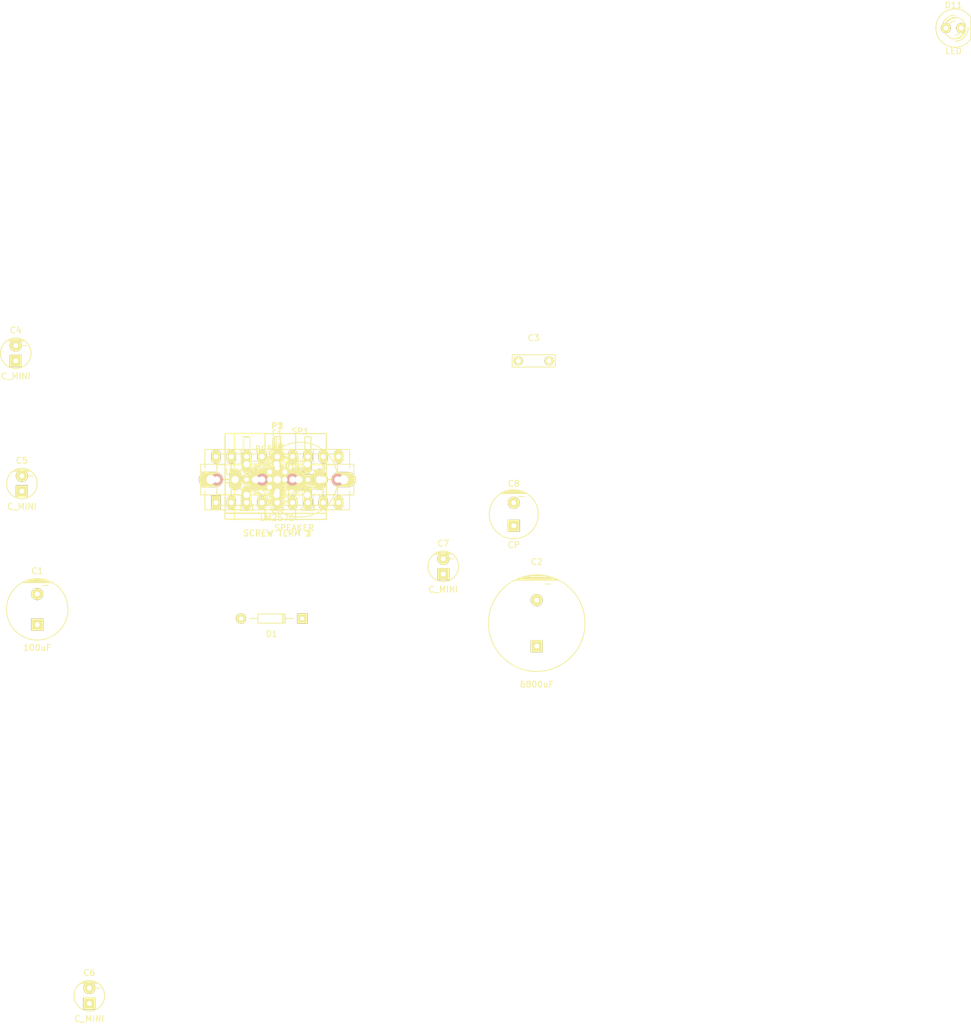
<source format=kicad_pcb>
(kicad_pcb (version 4) (host pcbnew "(2014-08-05 BZR 5054)-product")

  (general
    (links 97)
    (no_connects 82)
    (area 102.286999 25.237 263.777801 195.339)
    (thickness 1.6)
    (drawings 0)
    (tracks 0)
    (zones 0)
    (modules 57)
    (nets 56)
  )

  (page A4)
  (layers
    (0 F.Cu signal)
    (31 B.Cu signal)
    (32 B.Adhes user)
    (33 F.Adhes user)
    (34 B.Paste user)
    (35 F.Paste user)
    (36 B.SilkS user)
    (37 F.SilkS user)
    (38 B.Mask user)
    (39 F.Mask user)
    (40 Dwgs.User user)
    (41 Cmts.User user)
    (42 Eco1.User user)
    (43 Eco2.User user)
    (44 Edge.Cuts user)
    (45 Margin user)
    (46 B.CrtYd user)
    (47 F.CrtYd user)
    (48 B.Fab user)
    (49 F.Fab user)
  )

  (setup
    (last_trace_width 0.254)
    (trace_clearance 0.254)
    (zone_clearance 0.508)
    (zone_45_only no)
    (trace_min 0.254)
    (segment_width 0.2)
    (edge_width 0.15)
    (via_size 0.889)
    (via_drill 0.635)
    (via_min_size 0.889)
    (via_min_drill 0.508)
    (uvia_size 0.508)
    (uvia_drill 0.127)
    (uvias_allowed no)
    (uvia_min_size 0.508)
    (uvia_min_drill 0.127)
    (pcb_text_width 0.3)
    (pcb_text_size 1.5 1.5)
    (mod_edge_width 0.15)
    (mod_text_size 1.5 1.5)
    (mod_text_width 0.15)
    (pad_size 1.524 1.524)
    (pad_drill 0.762)
    (pad_to_mask_clearance 0.2)
    (aux_axis_origin 0 0)
    (visible_elements FFFFFF7F)
    (pcbplotparams
      (layerselection 0x00030_80000001)
      (usegerberextensions false)
      (excludeedgelayer true)
      (linewidth 0.100000)
      (plotframeref false)
      (viasonmask false)
      (mode 1)
      (useauxorigin false)
      (hpglpennumber 1)
      (hpglpenspeed 20)
      (hpglpendiameter 15)
      (hpglpenoverlay 2)
      (psnegative false)
      (psa4output false)
      (plotreference true)
      (plotvalue true)
      (plotinvisibletext false)
      (padsonsilk false)
      (subtractmaskfromsilk false)
      (outputformat 1)
      (mirror false)
      (drillshape 1)
      (scaleselection 1)
      (outputdirectory ""))
  )

  (net 0 "")
  (net 1 "Net-(C1-Pad1)")
  (net 2 DGND)
  (net 3 +5V)
  (net 4 /S0_O)
  (net 5 "Net-(C4-Pad2)")
  (net 6 /S1_O)
  (net 7 "Net-(C5-Pad2)")
  (net 8 /S2_O)
  (net 9 "Net-(C6-Pad2)")
  (net 10 /S3_O)
  (net 11 "Net-(C7-Pad2)")
  (net 12 "Net-(C8-Pad1)")
  (net 13 AGND)
  (net 14 +10V)
  (net 15 "Net-(D2-Pad1)")
  (net 16 "Net-(D5-Pad2)")
  (net 17 /LED)
  (net 18 "Net-(D6-Pad2)")
  (net 19 "Net-(D7-Pad2)")
  (net 20 "Net-(D8-Pad1)")
  (net 21 "Net-(D9-Pad2)")
  (net 22 "Net-(D10-Pad1)")
  (net 23 "Net-(D11-Pad2)")
  (net 24 "Net-(D12-Pad1)")
  (net 25 "Net-(D13-Pad2)")
  (net 26 "Net-(D14-Pad1)")
  (net 27 /S0_I)
  (net 28 "Net-(IC1-Pad2)")
  (net 29 "Net-(IC1-Pad4)")
  (net 30 "Net-(IC3-Pad2)")
  (net 31 "Net-(IC3-Pad4)")
  (net 32 "Net-(IC5-Pad2)")
  (net 33 "Net-(IC5-Pad4)")
  (net 34 "Net-(IC7-Pad2)")
  (net 35 "Net-(IC7-Pad4)")
  (net 36 /S1_I)
  (net 37 /S2_I)
  (net 38 /S3_I)
  (net 39 "Net-(Q1-Pad2)")
  (net 40 "Net-(Q1-Pad3)")
  (net 41 /BZR)
  (net 42 /PK3_1)
  (net 43 /PWRSW)
  (net 44 /CSW_1)
  (net 45 /CSW_2)
  (net 46 /CSW_3)
  (net 47 "Net-(U2-Pad3)")
  (net 48 "Net-(U2-Pad6)")
  (net 49 /P1_RX)
  (net 50 /P1_TX)
  (net 51 /PK3_6)
  (net 52 /PK3_5)
  (net 53 /PK3_4)
  (net 54 "Net-(U2-Pad15)")
  (net 55 "Net-(U2-Pad16)")

  (net_class Default "This is the default net class."
    (clearance 0.254)
    (trace_width 0.254)
    (via_dia 0.889)
    (via_drill 0.635)
    (uvia_dia 0.508)
    (uvia_drill 0.127)
    (add_net +10V)
    (add_net +5V)
    (add_net /BZR)
    (add_net /CSW_1)
    (add_net /CSW_2)
    (add_net /CSW_3)
    (add_net /LED)
    (add_net /P1_RX)
    (add_net /P1_TX)
    (add_net /PK3_1)
    (add_net /PK3_4)
    (add_net /PK3_5)
    (add_net /PK3_6)
    (add_net /PWRSW)
    (add_net /S0_I)
    (add_net /S0_O)
    (add_net /S1_I)
    (add_net /S1_O)
    (add_net /S2_I)
    (add_net /S2_O)
    (add_net /S3_I)
    (add_net /S3_O)
    (add_net AGND)
    (add_net DGND)
    (add_net "Net-(C1-Pad1)")
    (add_net "Net-(C4-Pad2)")
    (add_net "Net-(C5-Pad2)")
    (add_net "Net-(C6-Pad2)")
    (add_net "Net-(C7-Pad2)")
    (add_net "Net-(C8-Pad1)")
    (add_net "Net-(D10-Pad1)")
    (add_net "Net-(D11-Pad2)")
    (add_net "Net-(D12-Pad1)")
    (add_net "Net-(D13-Pad2)")
    (add_net "Net-(D14-Pad1)")
    (add_net "Net-(D2-Pad1)")
    (add_net "Net-(D5-Pad2)")
    (add_net "Net-(D6-Pad2)")
    (add_net "Net-(D7-Pad2)")
    (add_net "Net-(D8-Pad1)")
    (add_net "Net-(D9-Pad2)")
    (add_net "Net-(IC1-Pad2)")
    (add_net "Net-(IC1-Pad4)")
    (add_net "Net-(IC3-Pad2)")
    (add_net "Net-(IC3-Pad4)")
    (add_net "Net-(IC5-Pad2)")
    (add_net "Net-(IC5-Pad4)")
    (add_net "Net-(IC7-Pad2)")
    (add_net "Net-(IC7-Pad4)")
    (add_net "Net-(Q1-Pad2)")
    (add_net "Net-(Q1-Pad3)")
    (add_net "Net-(U2-Pad15)")
    (add_net "Net-(U2-Pad16)")
    (add_net "Net-(U2-Pad3)")
    (add_net "Net-(U2-Pad6)")
  )

  (module Capacitors_ThroughHole:Capacitor10x25RM2.5 (layer F.Cu) (tedit 549F9A92) (tstamp 549F9B69)
    (at 108.712 126.492)
    (descr "Capacitor, pol, cyl 10x25mm")
    (path /53F13EA7)
    (fp_text reference C1 (at 0 -6.35) (layer F.SilkS)
      (effects (font (size 1 1) (thickness 0.15)))
    )
    (fp_text value 100uF (at 0 6.35) (layer F.SilkS)
      (effects (font (size 1 1) (thickness 0.15)))
    )
    (fp_line (start -2.413 -4.445) (end 2.413 -4.445) (layer F.SilkS) (width 0.15))
    (fp_line (start 1.143 -4.826) (end -1.143 -4.826) (layer F.SilkS) (width 0.15))
    (fp_circle (center 0 0) (end 5.08 0.381) (layer F.SilkS) (width 0.15))
    (fp_line (start 2.032 -4.445) (end -2.032 -4.445) (layer F.SilkS) (width 0.15))
    (fp_line (start -2.032 -4.445) (end -1.651 -4.572) (layer F.SilkS) (width 0.15))
    (fp_line (start -1.651 -4.572) (end 1.651 -4.572) (layer F.SilkS) (width 0.15))
    (fp_line (start 1.651 -4.572) (end 2.032 -4.445) (layer F.SilkS) (width 0.15))
    (fp_line (start 0.889 -3.937) (end 1.778 -3.937) (layer F.SilkS) (width 0.15))
    (fp_line (start 1.016 -4.953) (end -1.016 -4.953) (layer F.SilkS) (width 0.15))
    (fp_line (start -1.016 -4.826) (end 1.016 -4.826) (layer F.SilkS) (width 0.15))
    (fp_line (start -1.524 -4.699) (end 1.524 -4.699) (layer F.SilkS) (width 0.15))
    (pad 1 thru_hole rect (at 0 2.54) (size 1.99898 1.99898) (drill 0.8001) (layers *.Cu *.Mask F.SilkS)
      (net 1 "Net-(C1-Pad1)"))
    (pad 2 thru_hole circle (at 0 -2.54) (size 1.99898 1.99898) (drill 0.8001) (layers *.Cu *.Mask F.SilkS)
      (net 2 DGND))
    (model Capacitors_ThroughHole/Capacitor10x25RM2.5.wrl
      (at (xyz 0 0 0))
      (scale (xyz 1 1 1))
      (rotate (xyz 0 0 0))
    )
  )

  (module Capacitors_ThroughHole:Capacitor16x25RM7.5 (layer F.Cu) (tedit 549F9A92) (tstamp 549F9B6F)
    (at 191.516 128.778)
    (descr "Capacitor, pol, cyl 16x25mm")
    (path /53F13ECE)
    (fp_text reference C2 (at 0 -10.16) (layer F.SilkS)
      (effects (font (size 1 1) (thickness 0.15)))
    )
    (fp_text value 6800uF (at 0 10.16) (layer F.SilkS)
      (effects (font (size 1 1) (thickness 0.15)))
    )
    (fp_line (start -3.429 -7.112) (end -1.27 -7.747) (layer F.SilkS) (width 0.15))
    (fp_line (start 3.302 -7.112) (end 2.159 -7.493) (layer F.SilkS) (width 0.15))
    (fp_circle (center 0 0) (end 8.001 0) (layer F.SilkS) (width 0.15))
    (fp_line (start -2.032 -7.493) (end 2.032 -7.493) (layer F.SilkS) (width 0.15))
    (fp_line (start 2.921 -7.239) (end -2.794 -7.239) (layer F.SilkS) (width 0.15))
    (fp_line (start -2.794 -7.239) (end -1.905 -7.239) (layer F.SilkS) (width 0.15))
    (fp_line (start 1.397 -7.874) (end -1.27 -7.874) (layer F.SilkS) (width 0.15))
    (fp_line (start -2.159 -7.62) (end 2.159 -7.62) (layer F.SilkS) (width 0.15))
    (fp_line (start 2.794 -7.366) (end -2.794 -7.366) (layer F.SilkS) (width 0.15))
    (fp_line (start -2.794 -7.366) (end -2.667 -7.366) (layer F.SilkS) (width 0.15))
    (fp_line (start 3.556 -7.112) (end -3.556 -7.112) (layer F.SilkS) (width 0.15))
    (fp_line (start 1.397 -6.477) (end 2.286 -6.477) (layer F.SilkS) (width 0.15))
    (pad 1 thru_hole rect (at 0 3.81) (size 1.99898 1.99898) (drill 0.8001) (layers *.Cu *.Mask F.SilkS)
      (net 3 +5V))
    (pad 2 thru_hole circle (at 0 -3.81) (size 1.99898 1.99898) (drill 0.8001) (layers *.Cu *.Mask F.SilkS)
      (net 2 DGND))
    (model Capacitors_ThroughHole/Capacitor16x25RM7.5.wrl
      (at (xyz 0 0 0))
      (scale (xyz 1 1 1))
      (rotate (xyz 0 0 0))
    )
  )

  (module Capacitors_ThroughHole:Capacitor7.5MMDiscRM5 (layer F.Cu) (tedit 549F9A92) (tstamp 549F9B75)
    (at 191.008 85.344)
    (descr "Capacitor 7.5MM Disc RM 5MM")
    (tags C)
    (path /53F1207E)
    (fp_text reference C3 (at 0 -3.81) (layer F.SilkS)
      (effects (font (size 1 1) (thickness 0.15)))
    )
    (fp_text value 100nF (at 0 -2.286) (layer F.SilkS) hide
      (effects (font (size 1 1) (thickness 0.15)))
    )
    (fp_line (start -3.556 -1.016) (end -3.556 1.016) (layer F.SilkS) (width 0.15))
    (fp_line (start -3.556 1.016) (end 3.556 1.016) (layer F.SilkS) (width 0.15))
    (fp_line (start 3.556 1.016) (end 3.556 -1.016) (layer F.SilkS) (width 0.15))
    (fp_line (start 3.556 -1.016) (end -3.556 -1.016) (layer F.SilkS) (width 0.15))
    (pad 1 thru_hole circle (at -2.54 0) (size 1.50114 1.50114) (drill 0.8001) (layers *.Cu *.Mask F.SilkS)
      (net 2 DGND))
    (pad 2 thru_hole circle (at 2.54 0) (size 1.50114 1.50114) (drill 0.8001) (layers *.Cu *.Mask F.SilkS)
      (net 3 +5V))
    (model Capacitors_ThroughHole/Capacitor7.5MMDiscRM5.wrl
      (at (xyz 0 0 0))
      (scale (xyz 1 1 1))
      (rotate (xyz 0 0 0))
    )
  )

  (module Capacitors_ThroughHole:Capacitor5x11RM2.5 (layer F.Cu) (tedit 549F9A92) (tstamp 549F9B7B)
    (at 105.156 84.074)
    (descr "Capacitor, pol, cyl 5x11mm")
    (path /54585EC1)
    (fp_text reference C4 (at 0 -3.81) (layer F.SilkS)
      (effects (font (size 1 1) (thickness 0.15)))
    )
    (fp_text value C_MINI (at 0 3.81) (layer F.SilkS)
      (effects (font (size 1 1) (thickness 0.15)))
    )
    (fp_line (start 0.889 -1.27) (end 1.778 -1.27) (layer F.SilkS) (width 0.15))
    (fp_line (start 1.016 -2.286) (end -1.016 -2.286) (layer F.SilkS) (width 0.15))
    (fp_line (start -1.016 -2.286) (end -1.016 -2.159) (layer F.SilkS) (width 0.15))
    (fp_line (start -1.016 -2.159) (end 1.016 -2.159) (layer F.SilkS) (width 0.15))
    (fp_line (start -1.524 -2.032) (end 1.524 -2.032) (layer F.SilkS) (width 0.15))
    (fp_circle (center 0 0) (end -2.54 0) (layer F.SilkS) (width 0.15))
    (pad 1 thru_hole rect (at 0 1.27) (size 1.99898 1.99898) (drill 0.8001) (layers *.Cu *.Mask F.SilkS)
      (net 4 /S0_O))
    (pad 2 thru_hole circle (at 0 -1.27) (size 1.99898 1.99898) (drill 0.8001) (layers *.Cu *.Mask F.SilkS)
      (net 5 "Net-(C4-Pad2)"))
    (model Capacitors_ThroughHole/Capacitor5x11RM2.5.wrl
      (at (xyz 0 0 0))
      (scale (xyz 1 1 1))
      (rotate (xyz 0 0 0))
    )
  )

  (module Capacitors_ThroughHole:Capacitor5x11RM2.5 (layer F.Cu) (tedit 549F9A92) (tstamp 549F9B81)
    (at 106.172 105.664)
    (descr "Capacitor, pol, cyl 5x11mm")
    (path /54585D8E)
    (fp_text reference C5 (at 0 -3.81) (layer F.SilkS)
      (effects (font (size 1 1) (thickness 0.15)))
    )
    (fp_text value C_MINI (at 0 3.81) (layer F.SilkS)
      (effects (font (size 1 1) (thickness 0.15)))
    )
    (fp_line (start 0.889 -1.27) (end 1.778 -1.27) (layer F.SilkS) (width 0.15))
    (fp_line (start 1.016 -2.286) (end -1.016 -2.286) (layer F.SilkS) (width 0.15))
    (fp_line (start -1.016 -2.286) (end -1.016 -2.159) (layer F.SilkS) (width 0.15))
    (fp_line (start -1.016 -2.159) (end 1.016 -2.159) (layer F.SilkS) (width 0.15))
    (fp_line (start -1.524 -2.032) (end 1.524 -2.032) (layer F.SilkS) (width 0.15))
    (fp_circle (center 0 0) (end -2.54 0) (layer F.SilkS) (width 0.15))
    (pad 1 thru_hole rect (at 0 1.27) (size 1.99898 1.99898) (drill 0.8001) (layers *.Cu *.Mask F.SilkS)
      (net 6 /S1_O))
    (pad 2 thru_hole circle (at 0 -1.27) (size 1.99898 1.99898) (drill 0.8001) (layers *.Cu *.Mask F.SilkS)
      (net 7 "Net-(C5-Pad2)"))
    (model Capacitors_ThroughHole/Capacitor5x11RM2.5.wrl
      (at (xyz 0 0 0))
      (scale (xyz 1 1 1))
      (rotate (xyz 0 0 0))
    )
  )

  (module Capacitors_ThroughHole:Capacitor5x11RM2.5 (layer F.Cu) (tedit 549F9A92) (tstamp 549F9B87)
    (at 117.348 190.5)
    (descr "Capacitor, pol, cyl 5x11mm")
    (path /54585C06)
    (fp_text reference C6 (at 0 -3.81) (layer F.SilkS)
      (effects (font (size 1 1) (thickness 0.15)))
    )
    (fp_text value C_MINI (at 0 3.81) (layer F.SilkS)
      (effects (font (size 1 1) (thickness 0.15)))
    )
    (fp_line (start 0.889 -1.27) (end 1.778 -1.27) (layer F.SilkS) (width 0.15))
    (fp_line (start 1.016 -2.286) (end -1.016 -2.286) (layer F.SilkS) (width 0.15))
    (fp_line (start -1.016 -2.286) (end -1.016 -2.159) (layer F.SilkS) (width 0.15))
    (fp_line (start -1.016 -2.159) (end 1.016 -2.159) (layer F.SilkS) (width 0.15))
    (fp_line (start -1.524 -2.032) (end 1.524 -2.032) (layer F.SilkS) (width 0.15))
    (fp_circle (center 0 0) (end -2.54 0) (layer F.SilkS) (width 0.15))
    (pad 1 thru_hole rect (at 0 1.27) (size 1.99898 1.99898) (drill 0.8001) (layers *.Cu *.Mask F.SilkS)
      (net 8 /S2_O))
    (pad 2 thru_hole circle (at 0 -1.27) (size 1.99898 1.99898) (drill 0.8001) (layers *.Cu *.Mask F.SilkS)
      (net 9 "Net-(C6-Pad2)"))
    (model Capacitors_ThroughHole/Capacitor5x11RM2.5.wrl
      (at (xyz 0 0 0))
      (scale (xyz 1 1 1))
      (rotate (xyz 0 0 0))
    )
  )

  (module Capacitors_ThroughHole:Capacitor5x11RM2.5 (layer F.Cu) (tedit 549F9A92) (tstamp 549F9B8D)
    (at 176.022 119.38)
    (descr "Capacitor, pol, cyl 5x11mm")
    (path /54583944)
    (fp_text reference C7 (at 0 -3.81) (layer F.SilkS)
      (effects (font (size 1 1) (thickness 0.15)))
    )
    (fp_text value C_MINI (at 0 3.81) (layer F.SilkS)
      (effects (font (size 1 1) (thickness 0.15)))
    )
    (fp_line (start 0.889 -1.27) (end 1.778 -1.27) (layer F.SilkS) (width 0.15))
    (fp_line (start 1.016 -2.286) (end -1.016 -2.286) (layer F.SilkS) (width 0.15))
    (fp_line (start -1.016 -2.286) (end -1.016 -2.159) (layer F.SilkS) (width 0.15))
    (fp_line (start -1.016 -2.159) (end 1.016 -2.159) (layer F.SilkS) (width 0.15))
    (fp_line (start -1.524 -2.032) (end 1.524 -2.032) (layer F.SilkS) (width 0.15))
    (fp_circle (center 0 0) (end -2.54 0) (layer F.SilkS) (width 0.15))
    (pad 1 thru_hole rect (at 0 1.27) (size 1.99898 1.99898) (drill 0.8001) (layers *.Cu *.Mask F.SilkS)
      (net 10 /S3_O))
    (pad 2 thru_hole circle (at 0 -1.27) (size 1.99898 1.99898) (drill 0.8001) (layers *.Cu *.Mask F.SilkS)
      (net 11 "Net-(C7-Pad2)"))
    (model Capacitors_ThroughHole/Capacitor5x11RM2.5.wrl
      (at (xyz 0 0 0))
      (scale (xyz 1 1 1))
      (rotate (xyz 0 0 0))
    )
  )

  (module Capacitors_ThroughHole:Capacitor8x13RM3.8 (layer F.Cu) (tedit 549F9A92) (tstamp 549F9B93)
    (at 187.706 110.744)
    (descr "Capacitor, pol, cyl 8x13mm")
    (path /54598E1A)
    (fp_text reference C8 (at 0 -5.08) (layer F.SilkS)
      (effects (font (size 1 1) (thickness 0.15)))
    )
    (fp_text value CP (at 0 5.08) (layer F.SilkS)
      (effects (font (size 1 1) (thickness 0.15)))
    )
    (fp_line (start 2.032 -3.429) (end -2.032 -3.429) (layer F.SilkS) (width 0.15))
    (fp_line (start -2.032 -3.429) (end -1.651 -3.556) (layer F.SilkS) (width 0.15))
    (fp_line (start -1.651 -3.556) (end 1.651 -3.556) (layer F.SilkS) (width 0.15))
    (fp_line (start 1.651 -3.556) (end 2.032 -3.429) (layer F.SilkS) (width 0.15))
    (fp_circle (center 0 0) (end -4.064 0.127) (layer F.SilkS) (width 0.15))
    (fp_line (start 0.889 -2.921) (end 1.778 -2.921) (layer F.SilkS) (width 0.15))
    (fp_line (start 1.016 -3.937) (end -1.016 -3.937) (layer F.SilkS) (width 0.15))
    (fp_line (start -1.016 -3.81) (end 1.016 -3.81) (layer F.SilkS) (width 0.15))
    (fp_line (start -1.524 -3.683) (end 1.524 -3.683) (layer F.SilkS) (width 0.15))
    (pad 1 thru_hole rect (at 0 1.905) (size 1.99898 1.99898) (drill 0.8001) (layers *.Cu *.Mask F.SilkS)
      (net 12 "Net-(C8-Pad1)"))
    (pad 2 thru_hole circle (at 0 -1.905) (size 1.99898 1.99898) (drill 0.8001) (layers *.Cu *.Mask F.SilkS)
      (net 13 AGND))
    (model Capacitors_ThroughHole/Capacitor8x13RM3.8.wrl
      (at (xyz 0 0 0))
      (scale (xyz 1 1 1))
      (rotate (xyz 0 0 0))
    )
  )

  (module Capacitors_ThroughHole:Capacitor8x13RM3.8 (layer F.Cu) (tedit 549F9A92) (tstamp 549F9B99)
    (at 148.5011 105.0036)
    (descr "Capacitor, pol, cyl 8x13mm")
    (path /54598E7A)
    (fp_text reference C9 (at 0 -5.08) (layer F.SilkS)
      (effects (font (size 1 1) (thickness 0.15)))
    )
    (fp_text value CP (at 0 5.08) (layer F.SilkS)
      (effects (font (size 1 1) (thickness 0.15)))
    )
    (fp_line (start 2.032 -3.429) (end -2.032 -3.429) (layer F.SilkS) (width 0.15))
    (fp_line (start -2.032 -3.429) (end -1.651 -3.556) (layer F.SilkS) (width 0.15))
    (fp_line (start -1.651 -3.556) (end 1.651 -3.556) (layer F.SilkS) (width 0.15))
    (fp_line (start 1.651 -3.556) (end 2.032 -3.429) (layer F.SilkS) (width 0.15))
    (fp_circle (center 0 0) (end -4.064 0.127) (layer F.SilkS) (width 0.15))
    (fp_line (start 0.889 -2.921) (end 1.778 -2.921) (layer F.SilkS) (width 0.15))
    (fp_line (start 1.016 -3.937) (end -1.016 -3.937) (layer F.SilkS) (width 0.15))
    (fp_line (start -1.016 -3.81) (end 1.016 -3.81) (layer F.SilkS) (width 0.15))
    (fp_line (start -1.524 -3.683) (end 1.524 -3.683) (layer F.SilkS) (width 0.15))
    (pad 1 thru_hole rect (at 0 1.905) (size 1.99898 1.99898) (drill 0.8001) (layers *.Cu *.Mask F.SilkS)
      (net 14 +10V))
    (pad 2 thru_hole circle (at 0 -1.905) (size 1.99898 1.99898) (drill 0.8001) (layers *.Cu *.Mask F.SilkS)
      (net 13 AGND))
    (model Capacitors_ThroughHole/Capacitor8x13RM3.8.wrl
      (at (xyz 0 0 0))
      (scale (xyz 1 1 1))
      (rotate (xyz 0 0 0))
    )
  )

  (module Diodes_ThroughHole:Diode_DO-35_SOD27_Horizontal_RM10 (layer F.Cu) (tedit 549F9A92) (tstamp 549F9B9F)
    (at 147.574 128.016)
    (descr "Diode, DO-35,  SOD27, Horizontal, RM 10mm")
    (tags "Diode, DO-35, SOD27, Horizontal, RM 10mm, 1N4148,")
    (path /5459CD98)
    (fp_text reference D1 (at 0 2.54) (layer F.SilkS)
      (effects (font (size 1 1) (thickness 0.15)))
    )
    (fp_text value DIODE (at -1.016 -3.556) (layer F.SilkS) hide
      (effects (font (size 1 1) (thickness 0.15)))
    )
    (fp_line (start -2.286 0) (end -3.683 0) (layer F.SilkS) (width 0.15))
    (fp_line (start 2.159 0) (end 3.683 0) (layer F.SilkS) (width 0.15))
    (fp_line (start 1.778 -0.762) (end 1.778 0.762) (layer F.SilkS) (width 0.15))
    (fp_line (start 2.032 -0.762) (end 2.032 0.762) (layer F.SilkS) (width 0.15))
    (fp_line (start 2.286 0) (end 2.286 0.762) (layer F.SilkS) (width 0.15))
    (fp_line (start 2.286 0.762) (end -2.286 0.762) (layer F.SilkS) (width 0.15))
    (fp_line (start -2.286 0.762) (end -2.286 -0.762) (layer F.SilkS) (width 0.15))
    (fp_line (start -2.286 -0.762) (end 2.286 -0.762) (layer F.SilkS) (width 0.15))
    (fp_line (start 2.286 -0.762) (end 2.286 0) (layer F.SilkS) (width 0.15))
    (pad 1 thru_hole circle (at -5.08 0) (size 1.69926 1.69926) (drill 0.70104) (layers *.Cu *.Mask F.SilkS)
      (net 13 AGND))
    (pad 2 thru_hole rect (at 5.08 0) (size 1.69926 1.69926) (drill 0.70104) (layers *.Cu *.Mask F.SilkS)
      (net 1 "Net-(C1-Pad1)"))
    (model Diodes_ThroughHole/Diode_DO-35_SOD27_Horizontal_RM10.wrl
      (at (xyz 0 0 0))
      (scale (xyz 0.4000000059604645 0.4000000059604645 0.4000000059604645))
      (rotate (xyz 0 0 0))
    )
  )

  (module Diodes_ThroughHole:Diode_DO-35_SOD27_Horizontal_RM10 (layer F.Cu) (tedit 549F9A92) (tstamp 549F9BA5)
    (at 148.5011 105.0036)
    (descr "Diode, DO-35,  SOD27, Horizontal, RM 10mm")
    (tags "Diode, DO-35, SOD27, Horizontal, RM 10mm, 1N4148,")
    (path /5459CE17)
    (fp_text reference D2 (at 0 2.54) (layer F.SilkS)
      (effects (font (size 1 1) (thickness 0.15)))
    )
    (fp_text value DIODE (at -1.016 -3.556) (layer F.SilkS) hide
      (effects (font (size 1 1) (thickness 0.15)))
    )
    (fp_line (start -2.286 0) (end -3.683 0) (layer F.SilkS) (width 0.15))
    (fp_line (start 2.159 0) (end 3.683 0) (layer F.SilkS) (width 0.15))
    (fp_line (start 1.778 -0.762) (end 1.778 0.762) (layer F.SilkS) (width 0.15))
    (fp_line (start 2.032 -0.762) (end 2.032 0.762) (layer F.SilkS) (width 0.15))
    (fp_line (start 2.286 0) (end 2.286 0.762) (layer F.SilkS) (width 0.15))
    (fp_line (start 2.286 0.762) (end -2.286 0.762) (layer F.SilkS) (width 0.15))
    (fp_line (start -2.286 0.762) (end -2.286 -0.762) (layer F.SilkS) (width 0.15))
    (fp_line (start -2.286 -0.762) (end 2.286 -0.762) (layer F.SilkS) (width 0.15))
    (fp_line (start 2.286 -0.762) (end 2.286 0) (layer F.SilkS) (width 0.15))
    (pad 1 thru_hole circle (at -5.08 0) (size 1.69926 1.69926) (drill 0.70104) (layers *.Cu *.Mask F.SilkS)
      (net 15 "Net-(D2-Pad1)"))
    (pad 2 thru_hole rect (at 5.08 0) (size 1.69926 1.69926) (drill 0.70104) (layers *.Cu *.Mask F.SilkS)
      (net 1 "Net-(C1-Pad1)"))
    (model Diodes_ThroughHole/Diode_DO-35_SOD27_Horizontal_RM10.wrl
      (at (xyz 0 0 0))
      (scale (xyz 0.4000000059604645 0.4000000059604645 0.4000000059604645))
      (rotate (xyz 0 0 0))
    )
  )

  (module Diodes_ThroughHole:Diode_DO-35_SOD27_Horizontal_RM10 (layer F.Cu) (tedit 549F9A92) (tstamp 549F9BAB)
    (at 148.5011 105.0036)
    (descr "Diode, DO-35,  SOD27, Horizontal, RM 10mm")
    (tags "Diode, DO-35, SOD27, Horizontal, RM 10mm, 1N4148,")
    (path /5459CEFE)
    (fp_text reference D3 (at 0 2.54) (layer F.SilkS)
      (effects (font (size 1 1) (thickness 0.15)))
    )
    (fp_text value DIODE (at -1.016 -3.556) (layer F.SilkS) hide
      (effects (font (size 1 1) (thickness 0.15)))
    )
    (fp_line (start -2.286 0) (end -3.683 0) (layer F.SilkS) (width 0.15))
    (fp_line (start 2.159 0) (end 3.683 0) (layer F.SilkS) (width 0.15))
    (fp_line (start 1.778 -0.762) (end 1.778 0.762) (layer F.SilkS) (width 0.15))
    (fp_line (start 2.032 -0.762) (end 2.032 0.762) (layer F.SilkS) (width 0.15))
    (fp_line (start 2.286 0) (end 2.286 0.762) (layer F.SilkS) (width 0.15))
    (fp_line (start 2.286 0.762) (end -2.286 0.762) (layer F.SilkS) (width 0.15))
    (fp_line (start -2.286 0.762) (end -2.286 -0.762) (layer F.SilkS) (width 0.15))
    (fp_line (start -2.286 -0.762) (end 2.286 -0.762) (layer F.SilkS) (width 0.15))
    (fp_line (start 2.286 -0.762) (end 2.286 0) (layer F.SilkS) (width 0.15))
    (pad 1 thru_hole circle (at -5.08 0) (size 1.69926 1.69926) (drill 0.70104) (layers *.Cu *.Mask F.SilkS)
      (net 2 DGND))
    (pad 2 thru_hole rect (at 5.08 0) (size 1.69926 1.69926) (drill 0.70104) (layers *.Cu *.Mask F.SilkS)
      (net 13 AGND))
    (model Diodes_ThroughHole/Diode_DO-35_SOD27_Horizontal_RM10.wrl
      (at (xyz 0 0 0))
      (scale (xyz 0.4000000059604645 0.4000000059604645 0.4000000059604645))
      (rotate (xyz 0 0 0))
    )
  )

  (module Diodes_ThroughHole:Diode_DO-35_SOD27_Horizontal_RM10 (layer F.Cu) (tedit 549F9A92) (tstamp 549F9BB1)
    (at 148.5011 105.0036)
    (descr "Diode, DO-35,  SOD27, Horizontal, RM 10mm")
    (tags "Diode, DO-35, SOD27, Horizontal, RM 10mm, 1N4148,")
    (path /5459CE91)
    (fp_text reference D4 (at 0 2.54) (layer F.SilkS)
      (effects (font (size 1 1) (thickness 0.15)))
    )
    (fp_text value DIODE (at -1.016 -3.556) (layer F.SilkS) hide
      (effects (font (size 1 1) (thickness 0.15)))
    )
    (fp_line (start -2.286 0) (end -3.683 0) (layer F.SilkS) (width 0.15))
    (fp_line (start 2.159 0) (end 3.683 0) (layer F.SilkS) (width 0.15))
    (fp_line (start 1.778 -0.762) (end 1.778 0.762) (layer F.SilkS) (width 0.15))
    (fp_line (start 2.032 -0.762) (end 2.032 0.762) (layer F.SilkS) (width 0.15))
    (fp_line (start 2.286 0) (end 2.286 0.762) (layer F.SilkS) (width 0.15))
    (fp_line (start 2.286 0.762) (end -2.286 0.762) (layer F.SilkS) (width 0.15))
    (fp_line (start -2.286 0.762) (end -2.286 -0.762) (layer F.SilkS) (width 0.15))
    (fp_line (start -2.286 -0.762) (end 2.286 -0.762) (layer F.SilkS) (width 0.15))
    (fp_line (start 2.286 -0.762) (end 2.286 0) (layer F.SilkS) (width 0.15))
    (pad 1 thru_hole circle (at -5.08 0) (size 1.69926 1.69926) (drill 0.70104) (layers *.Cu *.Mask F.SilkS)
      (net 2 DGND))
    (pad 2 thru_hole rect (at 5.08 0) (size 1.69926 1.69926) (drill 0.70104) (layers *.Cu *.Mask F.SilkS)
      (net 15 "Net-(D2-Pad1)"))
    (model Diodes_ThroughHole/Diode_DO-35_SOD27_Horizontal_RM10.wrl
      (at (xyz 0 0 0))
      (scale (xyz 0.4000000059604645 0.4000000059604645 0.4000000059604645))
      (rotate (xyz 0 0 0))
    )
  )

  (module Diodes_ThroughHole:Diode_DO-35_SOD27_Horizontal_RM10 (layer F.Cu) (tedit 549F9A92) (tstamp 549F9BB7)
    (at 148.5011 105.0036)
    (descr "Diode, DO-35,  SOD27, Horizontal, RM 10mm")
    (tags "Diode, DO-35, SOD27, Horizontal, RM 10mm, 1N4148,")
    (path /544291E1)
    (fp_text reference D5 (at 0 2.54) (layer F.SilkS)
      (effects (font (size 1 1) (thickness 0.15)))
    )
    (fp_text value DIODESCH (at -1.016 -3.556) (layer F.SilkS) hide
      (effects (font (size 1 1) (thickness 0.15)))
    )
    (fp_line (start -2.286 0) (end -3.683 0) (layer F.SilkS) (width 0.15))
    (fp_line (start 2.159 0) (end 3.683 0) (layer F.SilkS) (width 0.15))
    (fp_line (start 1.778 -0.762) (end 1.778 0.762) (layer F.SilkS) (width 0.15))
    (fp_line (start 2.032 -0.762) (end 2.032 0.762) (layer F.SilkS) (width 0.15))
    (fp_line (start 2.286 0) (end 2.286 0.762) (layer F.SilkS) (width 0.15))
    (fp_line (start 2.286 0.762) (end -2.286 0.762) (layer F.SilkS) (width 0.15))
    (fp_line (start -2.286 0.762) (end -2.286 -0.762) (layer F.SilkS) (width 0.15))
    (fp_line (start -2.286 -0.762) (end 2.286 -0.762) (layer F.SilkS) (width 0.15))
    (fp_line (start 2.286 -0.762) (end 2.286 0) (layer F.SilkS) (width 0.15))
    (pad 1 thru_hole circle (at -5.08 0) (size 1.69926 1.69926) (drill 0.70104) (layers *.Cu *.Mask F.SilkS)
      (net 2 DGND))
    (pad 2 thru_hole rect (at 5.08 0) (size 1.69926 1.69926) (drill 0.70104) (layers *.Cu *.Mask F.SilkS)
      (net 16 "Net-(D5-Pad2)"))
    (model Diodes_ThroughHole/Diode_DO-35_SOD27_Horizontal_RM10.wrl
      (at (xyz 0 0 0))
      (scale (xyz 0.4000000059604645 0.4000000059604645 0.4000000059604645))
      (rotate (xyz 0 0 0))
    )
  )

  (module LEDs:LED-5MM (layer F.Cu) (tedit 549F9A92) (tstamp 549F9BBD)
    (at 148.5011 105.0036)
    (descr "LED 5mm - Lead pitch 100mil (2,54mm)")
    (tags "LED led 5mm 5MM 100mil 2,54mm")
    (path /53F28C48)
    (fp_text reference D6 (at 0 -3.81) (layer F.SilkS)
      (effects (font (size 1 1) (thickness 0.15)))
    )
    (fp_text value LED (at 0 3.81) (layer F.SilkS)
      (effects (font (size 1 1) (thickness 0.15)))
    )
    (fp_line (start 2.8448 1.905) (end 2.8448 -1.905) (layer F.SilkS) (width 0.15))
    (fp_circle (center 0.254 0) (end -1.016 1.27) (layer F.SilkS) (width 0.15))
    (fp_arc (start 0.254 0) (end 2.794 1.905) (angle 286.2) (layer F.SilkS) (width 0.15))
    (fp_arc (start 0.254 0) (end -0.889 0) (angle 90) (layer F.SilkS) (width 0.15))
    (fp_arc (start 0.254 0) (end 1.397 0) (angle 90) (layer F.SilkS) (width 0.15))
    (fp_arc (start 0.254 0) (end -1.397 0) (angle 90) (layer F.SilkS) (width 0.15))
    (fp_arc (start 0.254 0) (end 1.905 0) (angle 90) (layer F.SilkS) (width 0.15))
    (fp_arc (start 0.254 0) (end -1.905 0) (angle 90) (layer F.SilkS) (width 0.15))
    (fp_arc (start 0.254 0) (end 2.413 0) (angle 90) (layer F.SilkS) (width 0.15))
    (pad 1 thru_hole circle (at -1.27 0) (size 1.6764 1.6764) (drill 0.8128) (layers *.Cu *.Mask F.SilkS)
      (net 17 /LED))
    (pad 2 thru_hole circle (at 1.27 0) (size 1.6764 1.6764) (drill 0.8128) (layers *.Cu *.Mask F.SilkS)
      (net 18 "Net-(D6-Pad2)"))
    (model LEDs/LED-5MM.wrl
      (at (xyz 0 0 0))
      (scale (xyz 1 1 1))
      (rotate (xyz 0 0 0))
    )
  )

  (module LEDs:LED-5MM (layer F.Cu) (tedit 549F9A92) (tstamp 549F9BC3)
    (at 148.5011 105.0036)
    (descr "LED 5mm - Lead pitch 100mil (2,54mm)")
    (tags "LED led 5mm 5MM 100mil 2,54mm")
    (path /545873B3)
    (fp_text reference D7 (at 0 -3.81) (layer F.SilkS)
      (effects (font (size 1 1) (thickness 0.15)))
    )
    (fp_text value LED (at 0 3.81) (layer F.SilkS)
      (effects (font (size 1 1) (thickness 0.15)))
    )
    (fp_line (start 2.8448 1.905) (end 2.8448 -1.905) (layer F.SilkS) (width 0.15))
    (fp_circle (center 0.254 0) (end -1.016 1.27) (layer F.SilkS) (width 0.15))
    (fp_arc (start 0.254 0) (end 2.794 1.905) (angle 286.2) (layer F.SilkS) (width 0.15))
    (fp_arc (start 0.254 0) (end -0.889 0) (angle 90) (layer F.SilkS) (width 0.15))
    (fp_arc (start 0.254 0) (end 1.397 0) (angle 90) (layer F.SilkS) (width 0.15))
    (fp_arc (start 0.254 0) (end -1.397 0) (angle 90) (layer F.SilkS) (width 0.15))
    (fp_arc (start 0.254 0) (end 1.905 0) (angle 90) (layer F.SilkS) (width 0.15))
    (fp_arc (start 0.254 0) (end -1.905 0) (angle 90) (layer F.SilkS) (width 0.15))
    (fp_arc (start 0.254 0) (end 2.413 0) (angle 90) (layer F.SilkS) (width 0.15))
    (pad 1 thru_hole circle (at -1.27 0) (size 1.6764 1.6764) (drill 0.8128) (layers *.Cu *.Mask F.SilkS)
      (net 3 +5V))
    (pad 2 thru_hole circle (at 1.27 0) (size 1.6764 1.6764) (drill 0.8128) (layers *.Cu *.Mask F.SilkS)
      (net 19 "Net-(D7-Pad2)"))
    (model LEDs/LED-5MM.wrl
      (at (xyz 0 0 0))
      (scale (xyz 1 1 1))
      (rotate (xyz 0 0 0))
    )
  )

  (module LEDs:LED-5MM (layer F.Cu) (tedit 549F9A92) (tstamp 549F9BC9)
    (at 148.5011 105.0036)
    (descr "LED 5mm - Lead pitch 100mil (2,54mm)")
    (tags "LED led 5mm 5MM 100mil 2,54mm")
    (path /54587428)
    (fp_text reference D8 (at 0 -3.81) (layer F.SilkS)
      (effects (font (size 1 1) (thickness 0.15)))
    )
    (fp_text value LED (at 0 3.81) (layer F.SilkS)
      (effects (font (size 1 1) (thickness 0.15)))
    )
    (fp_line (start 2.8448 1.905) (end 2.8448 -1.905) (layer F.SilkS) (width 0.15))
    (fp_circle (center 0.254 0) (end -1.016 1.27) (layer F.SilkS) (width 0.15))
    (fp_arc (start 0.254 0) (end 2.794 1.905) (angle 286.2) (layer F.SilkS) (width 0.15))
    (fp_arc (start 0.254 0) (end -0.889 0) (angle 90) (layer F.SilkS) (width 0.15))
    (fp_arc (start 0.254 0) (end 1.397 0) (angle 90) (layer F.SilkS) (width 0.15))
    (fp_arc (start 0.254 0) (end -1.397 0) (angle 90) (layer F.SilkS) (width 0.15))
    (fp_arc (start 0.254 0) (end 1.905 0) (angle 90) (layer F.SilkS) (width 0.15))
    (fp_arc (start 0.254 0) (end -1.905 0) (angle 90) (layer F.SilkS) (width 0.15))
    (fp_arc (start 0.254 0) (end 2.413 0) (angle 90) (layer F.SilkS) (width 0.15))
    (pad 1 thru_hole circle (at -1.27 0) (size 1.6764 1.6764) (drill 0.8128) (layers *.Cu *.Mask F.SilkS)
      (net 20 "Net-(D8-Pad1)"))
    (pad 2 thru_hole circle (at 1.27 0) (size 1.6764 1.6764) (drill 0.8128) (layers *.Cu *.Mask F.SilkS)
      (net 2 DGND))
    (model LEDs/LED-5MM.wrl
      (at (xyz 0 0 0))
      (scale (xyz 1 1 1))
      (rotate (xyz 0 0 0))
    )
  )

  (module LEDs:LED-5MM (layer F.Cu) (tedit 549F9A92) (tstamp 549F9BCF)
    (at 148.5011 105.0036)
    (descr "LED 5mm - Lead pitch 100mil (2,54mm)")
    (tags "LED led 5mm 5MM 100mil 2,54mm")
    (path /545874A1)
    (fp_text reference D9 (at 0 -3.81) (layer F.SilkS)
      (effects (font (size 1 1) (thickness 0.15)))
    )
    (fp_text value LED (at 0 3.81) (layer F.SilkS)
      (effects (font (size 1 1) (thickness 0.15)))
    )
    (fp_line (start 2.8448 1.905) (end 2.8448 -1.905) (layer F.SilkS) (width 0.15))
    (fp_circle (center 0.254 0) (end -1.016 1.27) (layer F.SilkS) (width 0.15))
    (fp_arc (start 0.254 0) (end 2.794 1.905) (angle 286.2) (layer F.SilkS) (width 0.15))
    (fp_arc (start 0.254 0) (end -0.889 0) (angle 90) (layer F.SilkS) (width 0.15))
    (fp_arc (start 0.254 0) (end 1.397 0) (angle 90) (layer F.SilkS) (width 0.15))
    (fp_arc (start 0.254 0) (end -1.397 0) (angle 90) (layer F.SilkS) (width 0.15))
    (fp_arc (start 0.254 0) (end 1.905 0) (angle 90) (layer F.SilkS) (width 0.15))
    (fp_arc (start 0.254 0) (end -1.905 0) (angle 90) (layer F.SilkS) (width 0.15))
    (fp_arc (start 0.254 0) (end 2.413 0) (angle 90) (layer F.SilkS) (width 0.15))
    (pad 1 thru_hole circle (at -1.27 0) (size 1.6764 1.6764) (drill 0.8128) (layers *.Cu *.Mask F.SilkS)
      (net 3 +5V))
    (pad 2 thru_hole circle (at 1.27 0) (size 1.6764 1.6764) (drill 0.8128) (layers *.Cu *.Mask F.SilkS)
      (net 21 "Net-(D9-Pad2)"))
    (model LEDs/LED-5MM.wrl
      (at (xyz 0 0 0))
      (scale (xyz 1 1 1))
      (rotate (xyz 0 0 0))
    )
  )

  (module LEDs:LED-5MM (layer F.Cu) (tedit 549F9A92) (tstamp 549F9BD5)
    (at 148.5011 105.0036)
    (descr "LED 5mm - Lead pitch 100mil (2,54mm)")
    (tags "LED led 5mm 5MM 100mil 2,54mm")
    (path /54587730)
    (fp_text reference D10 (at 0 -3.81) (layer F.SilkS)
      (effects (font (size 1 1) (thickness 0.15)))
    )
    (fp_text value LED (at 0 3.81) (layer F.SilkS)
      (effects (font (size 1 1) (thickness 0.15)))
    )
    (fp_line (start 2.8448 1.905) (end 2.8448 -1.905) (layer F.SilkS) (width 0.15))
    (fp_circle (center 0.254 0) (end -1.016 1.27) (layer F.SilkS) (width 0.15))
    (fp_arc (start 0.254 0) (end 2.794 1.905) (angle 286.2) (layer F.SilkS) (width 0.15))
    (fp_arc (start 0.254 0) (end -0.889 0) (angle 90) (layer F.SilkS) (width 0.15))
    (fp_arc (start 0.254 0) (end 1.397 0) (angle 90) (layer F.SilkS) (width 0.15))
    (fp_arc (start 0.254 0) (end -1.397 0) (angle 90) (layer F.SilkS) (width 0.15))
    (fp_arc (start 0.254 0) (end 1.905 0) (angle 90) (layer F.SilkS) (width 0.15))
    (fp_arc (start 0.254 0) (end -1.905 0) (angle 90) (layer F.SilkS) (width 0.15))
    (fp_arc (start 0.254 0) (end 2.413 0) (angle 90) (layer F.SilkS) (width 0.15))
    (pad 1 thru_hole circle (at -1.27 0) (size 1.6764 1.6764) (drill 0.8128) (layers *.Cu *.Mask F.SilkS)
      (net 22 "Net-(D10-Pad1)"))
    (pad 2 thru_hole circle (at 1.27 0) (size 1.6764 1.6764) (drill 0.8128) (layers *.Cu *.Mask F.SilkS)
      (net 2 DGND))
    (model LEDs/LED-5MM.wrl
      (at (xyz 0 0 0))
      (scale (xyz 1 1 1))
      (rotate (xyz 0 0 0))
    )
  )

  (module LEDs:LED-5MM (layer F.Cu) (tedit 549F9A92) (tstamp 549F9BDB)
    (at 260.604 30.226)
    (descr "LED 5mm - Lead pitch 100mil (2,54mm)")
    (tags "LED led 5mm 5MM 100mil 2,54mm")
    (path /5458751E)
    (fp_text reference D11 (at 0 -3.81) (layer F.SilkS)
      (effects (font (size 1 1) (thickness 0.15)))
    )
    (fp_text value LED (at 0 3.81) (layer F.SilkS)
      (effects (font (size 1 1) (thickness 0.15)))
    )
    (fp_line (start 2.8448 1.905) (end 2.8448 -1.905) (layer F.SilkS) (width 0.15))
    (fp_circle (center 0.254 0) (end -1.016 1.27) (layer F.SilkS) (width 0.15))
    (fp_arc (start 0.254 0) (end 2.794 1.905) (angle 286.2) (layer F.SilkS) (width 0.15))
    (fp_arc (start 0.254 0) (end -0.889 0) (angle 90) (layer F.SilkS) (width 0.15))
    (fp_arc (start 0.254 0) (end 1.397 0) (angle 90) (layer F.SilkS) (width 0.15))
    (fp_arc (start 0.254 0) (end -1.397 0) (angle 90) (layer F.SilkS) (width 0.15))
    (fp_arc (start 0.254 0) (end 1.905 0) (angle 90) (layer F.SilkS) (width 0.15))
    (fp_arc (start 0.254 0) (end -1.905 0) (angle 90) (layer F.SilkS) (width 0.15))
    (fp_arc (start 0.254 0) (end 2.413 0) (angle 90) (layer F.SilkS) (width 0.15))
    (pad 1 thru_hole circle (at -1.27 0) (size 1.6764 1.6764) (drill 0.8128) (layers *.Cu *.Mask F.SilkS)
      (net 3 +5V))
    (pad 2 thru_hole circle (at 1.27 0) (size 1.6764 1.6764) (drill 0.8128) (layers *.Cu *.Mask F.SilkS)
      (net 23 "Net-(D11-Pad2)"))
    (model LEDs/LED-5MM.wrl
      (at (xyz 0 0 0))
      (scale (xyz 1 1 1))
      (rotate (xyz 0 0 0))
    )
  )

  (module LEDs:LED-5MM (layer F.Cu) (tedit 549F9A92) (tstamp 549F9BE1)
    (at 148.5011 105.0036)
    (descr "LED 5mm - Lead pitch 100mil (2,54mm)")
    (tags "LED led 5mm 5MM 100mil 2,54mm")
    (path /545876A9)
    (fp_text reference D12 (at 0 -3.81) (layer F.SilkS)
      (effects (font (size 1 1) (thickness 0.15)))
    )
    (fp_text value LED (at 0 3.81) (layer F.SilkS)
      (effects (font (size 1 1) (thickness 0.15)))
    )
    (fp_line (start 2.8448 1.905) (end 2.8448 -1.905) (layer F.SilkS) (width 0.15))
    (fp_circle (center 0.254 0) (end -1.016 1.27) (layer F.SilkS) (width 0.15))
    (fp_arc (start 0.254 0) (end 2.794 1.905) (angle 286.2) (layer F.SilkS) (width 0.15))
    (fp_arc (start 0.254 0) (end -0.889 0) (angle 90) (layer F.SilkS) (width 0.15))
    (fp_arc (start 0.254 0) (end 1.397 0) (angle 90) (layer F.SilkS) (width 0.15))
    (fp_arc (start 0.254 0) (end -1.397 0) (angle 90) (layer F.SilkS) (width 0.15))
    (fp_arc (start 0.254 0) (end 1.905 0) (angle 90) (layer F.SilkS) (width 0.15))
    (fp_arc (start 0.254 0) (end -1.905 0) (angle 90) (layer F.SilkS) (width 0.15))
    (fp_arc (start 0.254 0) (end 2.413 0) (angle 90) (layer F.SilkS) (width 0.15))
    (pad 1 thru_hole circle (at -1.27 0) (size 1.6764 1.6764) (drill 0.8128) (layers *.Cu *.Mask F.SilkS)
      (net 24 "Net-(D12-Pad1)"))
    (pad 2 thru_hole circle (at 1.27 0) (size 1.6764 1.6764) (drill 0.8128) (layers *.Cu *.Mask F.SilkS)
      (net 2 DGND))
    (model LEDs/LED-5MM.wrl
      (at (xyz 0 0 0))
      (scale (xyz 1 1 1))
      (rotate (xyz 0 0 0))
    )
  )

  (module LEDs:LED-5MM (layer F.Cu) (tedit 549F9A92) (tstamp 549F9BE7)
    (at 148.5011 105.0036)
    (descr "LED 5mm - Lead pitch 100mil (2,54mm)")
    (tags "LED led 5mm 5MM 100mil 2,54mm")
    (path /5458759B)
    (fp_text reference D13 (at 0 -3.81) (layer F.SilkS)
      (effects (font (size 1 1) (thickness 0.15)))
    )
    (fp_text value LED (at 0 3.81) (layer F.SilkS)
      (effects (font (size 1 1) (thickness 0.15)))
    )
    (fp_line (start 2.8448 1.905) (end 2.8448 -1.905) (layer F.SilkS) (width 0.15))
    (fp_circle (center 0.254 0) (end -1.016 1.27) (layer F.SilkS) (width 0.15))
    (fp_arc (start 0.254 0) (end 2.794 1.905) (angle 286.2) (layer F.SilkS) (width 0.15))
    (fp_arc (start 0.254 0) (end -0.889 0) (angle 90) (layer F.SilkS) (width 0.15))
    (fp_arc (start 0.254 0) (end 1.397 0) (angle 90) (layer F.SilkS) (width 0.15))
    (fp_arc (start 0.254 0) (end -1.397 0) (angle 90) (layer F.SilkS) (width 0.15))
    (fp_arc (start 0.254 0) (end 1.905 0) (angle 90) (layer F.SilkS) (width 0.15))
    (fp_arc (start 0.254 0) (end -1.905 0) (angle 90) (layer F.SilkS) (width 0.15))
    (fp_arc (start 0.254 0) (end 2.413 0) (angle 90) (layer F.SilkS) (width 0.15))
    (pad 1 thru_hole circle (at -1.27 0) (size 1.6764 1.6764) (drill 0.8128) (layers *.Cu *.Mask F.SilkS)
      (net 3 +5V))
    (pad 2 thru_hole circle (at 1.27 0) (size 1.6764 1.6764) (drill 0.8128) (layers *.Cu *.Mask F.SilkS)
      (net 25 "Net-(D13-Pad2)"))
    (model LEDs/LED-5MM.wrl
      (at (xyz 0 0 0))
      (scale (xyz 1 1 1))
      (rotate (xyz 0 0 0))
    )
  )

  (module LEDs:LED-5MM (layer F.Cu) (tedit 549F9A92) (tstamp 549F9BED)
    (at 148.5011 105.0036)
    (descr "LED 5mm - Lead pitch 100mil (2,54mm)")
    (tags "LED led 5mm 5MM 100mil 2,54mm")
    (path /54587618)
    (fp_text reference D14 (at 0 -3.81) (layer F.SilkS)
      (effects (font (size 1 1) (thickness 0.15)))
    )
    (fp_text value LED (at 0 3.81) (layer F.SilkS)
      (effects (font (size 1 1) (thickness 0.15)))
    )
    (fp_line (start 2.8448 1.905) (end 2.8448 -1.905) (layer F.SilkS) (width 0.15))
    (fp_circle (center 0.254 0) (end -1.016 1.27) (layer F.SilkS) (width 0.15))
    (fp_arc (start 0.254 0) (end 2.794 1.905) (angle 286.2) (layer F.SilkS) (width 0.15))
    (fp_arc (start 0.254 0) (end -0.889 0) (angle 90) (layer F.SilkS) (width 0.15))
    (fp_arc (start 0.254 0) (end 1.397 0) (angle 90) (layer F.SilkS) (width 0.15))
    (fp_arc (start 0.254 0) (end -1.397 0) (angle 90) (layer F.SilkS) (width 0.15))
    (fp_arc (start 0.254 0) (end 1.905 0) (angle 90) (layer F.SilkS) (width 0.15))
    (fp_arc (start 0.254 0) (end -1.905 0) (angle 90) (layer F.SilkS) (width 0.15))
    (fp_arc (start 0.254 0) (end 2.413 0) (angle 90) (layer F.SilkS) (width 0.15))
    (pad 1 thru_hole circle (at -1.27 0) (size 1.6764 1.6764) (drill 0.8128) (layers *.Cu *.Mask F.SilkS)
      (net 26 "Net-(D14-Pad1)"))
    (pad 2 thru_hole circle (at 1.27 0) (size 1.6764 1.6764) (drill 0.8128) (layers *.Cu *.Mask F.SilkS)
      (net 2 DGND))
    (model LEDs/LED-5MM.wrl
      (at (xyz 0 0 0))
      (scale (xyz 1 1 1))
      (rotate (xyz 0 0 0))
    )
  )

  (module Diodes_ThroughHole:Diode_DO-35_SOD27_Horizontal_RM10 (layer F.Cu) (tedit 549F9A92) (tstamp 549F9BF3)
    (at 148.5011 105.0036)
    (descr "Diode, DO-35,  SOD27, Horizontal, RM 10mm")
    (tags "Diode, DO-35, SOD27, Horizontal, RM 10mm, 1N4148,")
    (path /545865BB)
    (fp_text reference D15 (at 0 2.54) (layer F.SilkS)
      (effects (font (size 1 1) (thickness 0.15)))
    )
    (fp_text value DIODE (at -1.016 -3.556) (layer F.SilkS) hide
      (effects (font (size 1 1) (thickness 0.15)))
    )
    (fp_line (start -2.286 0) (end -3.683 0) (layer F.SilkS) (width 0.15))
    (fp_line (start 2.159 0) (end 3.683 0) (layer F.SilkS) (width 0.15))
    (fp_line (start 1.778 -0.762) (end 1.778 0.762) (layer F.SilkS) (width 0.15))
    (fp_line (start 2.032 -0.762) (end 2.032 0.762) (layer F.SilkS) (width 0.15))
    (fp_line (start 2.286 0) (end 2.286 0.762) (layer F.SilkS) (width 0.15))
    (fp_line (start 2.286 0.762) (end -2.286 0.762) (layer F.SilkS) (width 0.15))
    (fp_line (start -2.286 0.762) (end -2.286 -0.762) (layer F.SilkS) (width 0.15))
    (fp_line (start -2.286 -0.762) (end 2.286 -0.762) (layer F.SilkS) (width 0.15))
    (fp_line (start 2.286 -0.762) (end 2.286 0) (layer F.SilkS) (width 0.15))
    (pad 1 thru_hole circle (at -5.08 0) (size 1.69926 1.69926) (drill 0.70104) (layers *.Cu *.Mask F.SilkS)
      (net 14 +10V))
    (pad 2 thru_hole rect (at 5.08 0) (size 1.69926 1.69926) (drill 0.70104) (layers *.Cu *.Mask F.SilkS)
      (net 5 "Net-(C4-Pad2)"))
    (model Diodes_ThroughHole/Diode_DO-35_SOD27_Horizontal_RM10.wrl
      (at (xyz 0 0 0))
      (scale (xyz 0.4000000059604645 0.4000000059604645 0.4000000059604645))
      (rotate (xyz 0 0 0))
    )
  )

  (module Diodes_ThroughHole:Diode_DO-35_SOD27_Horizontal_RM10 (layer F.Cu) (tedit 549F9A92) (tstamp 549F9BF9)
    (at 148.5011 105.0036)
    (descr "Diode, DO-35,  SOD27, Horizontal, RM 10mm")
    (tags "Diode, DO-35, SOD27, Horizontal, RM 10mm, 1N4148,")
    (path /54586526)
    (fp_text reference D16 (at 0 2.54) (layer F.SilkS)
      (effects (font (size 1 1) (thickness 0.15)))
    )
    (fp_text value DIODE (at -1.016 -3.556) (layer F.SilkS) hide
      (effects (font (size 1 1) (thickness 0.15)))
    )
    (fp_line (start -2.286 0) (end -3.683 0) (layer F.SilkS) (width 0.15))
    (fp_line (start 2.159 0) (end 3.683 0) (layer F.SilkS) (width 0.15))
    (fp_line (start 1.778 -0.762) (end 1.778 0.762) (layer F.SilkS) (width 0.15))
    (fp_line (start 2.032 -0.762) (end 2.032 0.762) (layer F.SilkS) (width 0.15))
    (fp_line (start 2.286 0) (end 2.286 0.762) (layer F.SilkS) (width 0.15))
    (fp_line (start 2.286 0.762) (end -2.286 0.762) (layer F.SilkS) (width 0.15))
    (fp_line (start -2.286 0.762) (end -2.286 -0.762) (layer F.SilkS) (width 0.15))
    (fp_line (start -2.286 -0.762) (end 2.286 -0.762) (layer F.SilkS) (width 0.15))
    (fp_line (start 2.286 -0.762) (end 2.286 0) (layer F.SilkS) (width 0.15))
    (pad 1 thru_hole circle (at -5.08 0) (size 1.69926 1.69926) (drill 0.70104) (layers *.Cu *.Mask F.SilkS)
      (net 14 +10V))
    (pad 2 thru_hole rect (at 5.08 0) (size 1.69926 1.69926) (drill 0.70104) (layers *.Cu *.Mask F.SilkS)
      (net 7 "Net-(C5-Pad2)"))
    (model Diodes_ThroughHole/Diode_DO-35_SOD27_Horizontal_RM10.wrl
      (at (xyz 0 0 0))
      (scale (xyz 0.4000000059604645 0.4000000059604645 0.4000000059604645))
      (rotate (xyz 0 0 0))
    )
  )

  (module Diodes_ThroughHole:Diode_DO-35_SOD27_Horizontal_RM10 (layer F.Cu) (tedit 549F9A92) (tstamp 549F9BFF)
    (at 148.5011 105.0036)
    (descr "Diode, DO-35,  SOD27, Horizontal, RM 10mm")
    (tags "Diode, DO-35, SOD27, Horizontal, RM 10mm, 1N4148,")
    (path /545864A1)
    (fp_text reference D17 (at 0 2.54) (layer F.SilkS)
      (effects (font (size 1 1) (thickness 0.15)))
    )
    (fp_text value DIODE (at -1.016 -3.556) (layer F.SilkS) hide
      (effects (font (size 1 1) (thickness 0.15)))
    )
    (fp_line (start -2.286 0) (end -3.683 0) (layer F.SilkS) (width 0.15))
    (fp_line (start 2.159 0) (end 3.683 0) (layer F.SilkS) (width 0.15))
    (fp_line (start 1.778 -0.762) (end 1.778 0.762) (layer F.SilkS) (width 0.15))
    (fp_line (start 2.032 -0.762) (end 2.032 0.762) (layer F.SilkS) (width 0.15))
    (fp_line (start 2.286 0) (end 2.286 0.762) (layer F.SilkS) (width 0.15))
    (fp_line (start 2.286 0.762) (end -2.286 0.762) (layer F.SilkS) (width 0.15))
    (fp_line (start -2.286 0.762) (end -2.286 -0.762) (layer F.SilkS) (width 0.15))
    (fp_line (start -2.286 -0.762) (end 2.286 -0.762) (layer F.SilkS) (width 0.15))
    (fp_line (start 2.286 -0.762) (end 2.286 0) (layer F.SilkS) (width 0.15))
    (pad 1 thru_hole circle (at -5.08 0) (size 1.69926 1.69926) (drill 0.70104) (layers *.Cu *.Mask F.SilkS)
      (net 14 +10V))
    (pad 2 thru_hole rect (at 5.08 0) (size 1.69926 1.69926) (drill 0.70104) (layers *.Cu *.Mask F.SilkS)
      (net 9 "Net-(C6-Pad2)"))
    (model Diodes_ThroughHole/Diode_DO-35_SOD27_Horizontal_RM10.wrl
      (at (xyz 0 0 0))
      (scale (xyz 0.4000000059604645 0.4000000059604645 0.4000000059604645))
      (rotate (xyz 0 0 0))
    )
  )

  (module Diodes_ThroughHole:Diode_DO-35_SOD27_Horizontal_RM10 (layer F.Cu) (tedit 549F9A92) (tstamp 549F9C05)
    (at 148.5011 105.0036)
    (descr "Diode, DO-35,  SOD27, Horizontal, RM 10mm")
    (tags "Diode, DO-35, SOD27, Horizontal, RM 10mm, 1N4148,")
    (path /5458472A)
    (fp_text reference D18 (at 0 2.54) (layer F.SilkS)
      (effects (font (size 1 1) (thickness 0.15)))
    )
    (fp_text value DIODE (at -1.016 -3.556) (layer F.SilkS) hide
      (effects (font (size 1 1) (thickness 0.15)))
    )
    (fp_line (start -2.286 0) (end -3.683 0) (layer F.SilkS) (width 0.15))
    (fp_line (start 2.159 0) (end 3.683 0) (layer F.SilkS) (width 0.15))
    (fp_line (start 1.778 -0.762) (end 1.778 0.762) (layer F.SilkS) (width 0.15))
    (fp_line (start 2.032 -0.762) (end 2.032 0.762) (layer F.SilkS) (width 0.15))
    (fp_line (start 2.286 0) (end 2.286 0.762) (layer F.SilkS) (width 0.15))
    (fp_line (start 2.286 0.762) (end -2.286 0.762) (layer F.SilkS) (width 0.15))
    (fp_line (start -2.286 0.762) (end -2.286 -0.762) (layer F.SilkS) (width 0.15))
    (fp_line (start -2.286 -0.762) (end 2.286 -0.762) (layer F.SilkS) (width 0.15))
    (fp_line (start 2.286 -0.762) (end 2.286 0) (layer F.SilkS) (width 0.15))
    (pad 1 thru_hole circle (at -5.08 0) (size 1.69926 1.69926) (drill 0.70104) (layers *.Cu *.Mask F.SilkS)
      (net 14 +10V))
    (pad 2 thru_hole rect (at 5.08 0) (size 1.69926 1.69926) (drill 0.70104) (layers *.Cu *.Mask F.SilkS)
      (net 11 "Net-(C7-Pad2)"))
    (model Diodes_ThroughHole/Diode_DO-35_SOD27_Horizontal_RM10.wrl
      (at (xyz 0 0 0))
      (scale (xyz 0.4000000059604645 0.4000000059604645 0.4000000059604645))
      (rotate (xyz 0 0 0))
    )
  )

  (module Fuse_Holders_and_Fuses:Fuseholder5x20_horiz_SemiClosed_Casing10x25mm (layer F.Cu) (tedit 549F9A92) (tstamp 549F9C0B)
    (at 148.5011 105.0036)
    (descr "Fuseholder, 5x20, Semi closed, horizontal, Casing 10x25mm,")
    (tags "Fuseholder, 5x20, Semi closed, horizontal, Casing 10x25mm, Sicherungshalter, halbgeschlossen,")
    (path /53F13E56)
    (fp_text reference F1 (at 0 -7.62) (layer F.SilkS)
      (effects (font (size 1 1) (thickness 0.15)))
    )
    (fp_text value 1A (at 1.27 7.62) (layer F.SilkS) hide
      (effects (font (size 1 1) (thickness 0.15)))
    )
    (fp_line (start -5.99948 -2.49936) (end -5.99948 -5.00126) (layer F.SilkS) (width 0.15))
    (fp_line (start -5.99948 5.00126) (end -5.99948 2.49936) (layer F.SilkS) (width 0.15))
    (fp_line (start 5.99948 5.00126) (end 5.99948 2.49936) (layer F.SilkS) (width 0.15))
    (fp_line (start 5.99948 -5.00126) (end 5.99948 -2.49936) (layer F.SilkS) (width 0.15))
    (fp_line (start -4.50088 0) (end 4.50088 0) (layer F.SilkS) (width 0.15))
    (fp_line (start -4.50088 -2.49936) (end -4.50088 2.49936) (layer F.SilkS) (width 0.15))
    (fp_line (start 4.50088 -2.49936) (end 4.50088 2.49936) (layer F.SilkS) (width 0.15))
    (fp_line (start 9.99998 -1.89992) (end 9.99998 -2.49936) (layer F.SilkS) (width 0.15))
    (fp_line (start -9.99998 1.89992) (end -9.99998 2.49936) (layer F.SilkS) (width 0.15))
    (fp_line (start -9.99998 2.49936) (end 9.99998 2.49936) (layer F.SilkS) (width 0.15))
    (fp_line (start 9.99998 2.49936) (end 9.99998 1.89992) (layer F.SilkS) (width 0.15))
    (fp_line (start 9.99998 -2.49936) (end -9.99998 -2.49936) (layer F.SilkS) (width 0.15))
    (fp_line (start -9.99998 -2.49936) (end -9.99998 -1.89992) (layer F.SilkS) (width 0.15))
    (fp_line (start 11.99896 -1.89992) (end 11.99896 -5.00126) (layer F.SilkS) (width 0.15))
    (fp_line (start -11.99896 1.89992) (end -11.99896 5.00126) (layer F.SilkS) (width 0.15))
    (fp_line (start -11.99896 5.00126) (end 11.99896 5.00126) (layer F.SilkS) (width 0.15))
    (fp_line (start 11.99896 5.00126) (end 11.99896 1.89992) (layer F.SilkS) (width 0.15))
    (fp_line (start 11.99896 -5.00126) (end -11.99896 -5.00126) (layer F.SilkS) (width 0.15))
    (fp_line (start -11.99896 -5.00126) (end -11.99896 -1.89992) (layer F.SilkS) (width 0.15))
    (pad 2 thru_hole oval (at 11.00074 0 270) (size 2.49936 4.0005) (drill 1.50114) (layers *.Cu *.Mask F.SilkS)
      (net 15 "Net-(D2-Pad1)"))
    (pad 1 thru_hole oval (at -11.00074 0 270) (size 2.49936 4.0005) (drill 1.50114) (layers *.Cu *.Mask F.SilkS)
      (net 27 /S0_I))
  )

  (module opto:DIP-4__300 (layer F.Cu) (tedit 549F9710) (tstamp 549F9C13)
    (at 148.5011 105.0036)
    (descr "4 pins DIL package, round pads")
    (tags DIL)
    (path /5443F4AB)
    (fp_text reference IC1 (at -6.35 0 90) (layer F.SilkS)
      (effects (font (size 1 1) (thickness 0.15)))
    )
    (fp_text value PC817 (at 0 0) (layer F.SilkS)
      (effects (font (size 1 1) (thickness 0.15)))
    )
    (fp_line (start -4.445 -2.54) (end 2 -2.54) (layer F.SilkS) (width 0.15))
    (fp_line (start 1.905 -2.54) (end 1.905 2.54) (layer F.SilkS) (width 0.15))
    (fp_line (start 2 2.54) (end -4.445 2.54) (layer F.SilkS) (width 0.15))
    (fp_line (start -4.445 2.54) (end -4.445 -2.54) (layer F.SilkS) (width 0.15))
    (fp_line (start -4.445 -0.635) (end -3.175 -0.635) (layer F.SilkS) (width 0.15))
    (fp_line (start -3.175 -0.635) (end -3.175 0.635) (layer F.SilkS) (width 0.15))
    (fp_line (start -3.175 0.635) (end -4.445 0.635) (layer F.SilkS) (width 0.15))
    (pad 1 thru_hole rect (at -2.54 3.81) (size 1.397 1.397) (drill 0.8128) (layers *.Cu *.Mask F.SilkS)
      (net 19 "Net-(D7-Pad2)"))
    (pad 2 thru_hole circle (at 0 3.81) (size 1.397 1.397) (drill 0.8128) (layers *.Cu *.Mask F.SilkS)
      (net 28 "Net-(IC1-Pad2)"))
    (pad 3 thru_hole circle (at 0 -3.81) (size 1.397 1.397) (drill 0.8128) (layers *.Cu *.Mask F.SilkS)
      (net 4 /S0_O))
    (pad 4 thru_hole circle (at -2.54 -3.81) (size 1.397 1.397) (drill 0.8128) (layers *.Cu *.Mask F.SilkS)
      (net 29 "Net-(IC1-Pad4)"))
  )

  (module opto:DIP-4__300 (layer F.Cu) (tedit 549F9710) (tstamp 549F9C1B)
    (at 148.5011 105.0036)
    (descr "4 pins DIL package, round pads")
    (tags DIL)
    (path /54582232)
    (fp_text reference IC2 (at -6.35 0 90) (layer F.SilkS)
      (effects (font (size 1 1) (thickness 0.15)))
    )
    (fp_text value PC817 (at 0 0) (layer F.SilkS)
      (effects (font (size 1 1) (thickness 0.15)))
    )
    (fp_line (start -4.445 -2.54) (end 2 -2.54) (layer F.SilkS) (width 0.15))
    (fp_line (start 1.905 -2.54) (end 1.905 2.54) (layer F.SilkS) (width 0.15))
    (fp_line (start 2 2.54) (end -4.445 2.54) (layer F.SilkS) (width 0.15))
    (fp_line (start -4.445 2.54) (end -4.445 -2.54) (layer F.SilkS) (width 0.15))
    (fp_line (start -4.445 -0.635) (end -3.175 -0.635) (layer F.SilkS) (width 0.15))
    (fp_line (start -3.175 -0.635) (end -3.175 0.635) (layer F.SilkS) (width 0.15))
    (fp_line (start -3.175 0.635) (end -4.445 0.635) (layer F.SilkS) (width 0.15))
    (pad 1 thru_hole rect (at -2.54 3.81) (size 1.397 1.397) (drill 0.8128) (layers *.Cu *.Mask F.SilkS)
      (net 28 "Net-(IC1-Pad2)"))
    (pad 2 thru_hole circle (at 0 3.81) (size 1.397 1.397) (drill 0.8128) (layers *.Cu *.Mask F.SilkS)
      (net 20 "Net-(D8-Pad1)"))
    (pad 3 thru_hole circle (at 0 -3.81) (size 1.397 1.397) (drill 0.8128) (layers *.Cu *.Mask F.SilkS)
      (net 29 "Net-(IC1-Pad4)"))
    (pad 4 thru_hole circle (at -2.54 -3.81) (size 1.397 1.397) (drill 0.8128) (layers *.Cu *.Mask F.SilkS)
      (net 5 "Net-(C4-Pad2)"))
  )

  (module opto:DIP-4__300 (layer F.Cu) (tedit 549F9710) (tstamp 549F9C23)
    (at 148.5011 105.0036)
    (descr "4 pins DIL package, round pads")
    (tags DIL)
    (path /545822B3)
    (fp_text reference IC3 (at -6.35 0 90) (layer F.SilkS)
      (effects (font (size 1 1) (thickness 0.15)))
    )
    (fp_text value PC817 (at 0 0) (layer F.SilkS)
      (effects (font (size 1 1) (thickness 0.15)))
    )
    (fp_line (start -4.445 -2.54) (end 2 -2.54) (layer F.SilkS) (width 0.15))
    (fp_line (start 1.905 -2.54) (end 1.905 2.54) (layer F.SilkS) (width 0.15))
    (fp_line (start 2 2.54) (end -4.445 2.54) (layer F.SilkS) (width 0.15))
    (fp_line (start -4.445 2.54) (end -4.445 -2.54) (layer F.SilkS) (width 0.15))
    (fp_line (start -4.445 -0.635) (end -3.175 -0.635) (layer F.SilkS) (width 0.15))
    (fp_line (start -3.175 -0.635) (end -3.175 0.635) (layer F.SilkS) (width 0.15))
    (fp_line (start -3.175 0.635) (end -4.445 0.635) (layer F.SilkS) (width 0.15))
    (pad 1 thru_hole rect (at -2.54 3.81) (size 1.397 1.397) (drill 0.8128) (layers *.Cu *.Mask F.SilkS)
      (net 21 "Net-(D9-Pad2)"))
    (pad 2 thru_hole circle (at 0 3.81) (size 1.397 1.397) (drill 0.8128) (layers *.Cu *.Mask F.SilkS)
      (net 30 "Net-(IC3-Pad2)"))
    (pad 3 thru_hole circle (at 0 -3.81) (size 1.397 1.397) (drill 0.8128) (layers *.Cu *.Mask F.SilkS)
      (net 6 /S1_O))
    (pad 4 thru_hole circle (at -2.54 -3.81) (size 1.397 1.397) (drill 0.8128) (layers *.Cu *.Mask F.SilkS)
      (net 31 "Net-(IC3-Pad4)"))
  )

  (module opto:DIP-4__300 (layer F.Cu) (tedit 549F9710) (tstamp 549F9C2B)
    (at 148.5011 105.0036)
    (descr "4 pins DIL package, round pads")
    (tags DIL)
    (path /545822EF)
    (fp_text reference IC4 (at -6.35 0 90) (layer F.SilkS)
      (effects (font (size 1 1) (thickness 0.15)))
    )
    (fp_text value PC817 (at 0 0) (layer F.SilkS)
      (effects (font (size 1 1) (thickness 0.15)))
    )
    (fp_line (start -4.445 -2.54) (end 2 -2.54) (layer F.SilkS) (width 0.15))
    (fp_line (start 1.905 -2.54) (end 1.905 2.54) (layer F.SilkS) (width 0.15))
    (fp_line (start 2 2.54) (end -4.445 2.54) (layer F.SilkS) (width 0.15))
    (fp_line (start -4.445 2.54) (end -4.445 -2.54) (layer F.SilkS) (width 0.15))
    (fp_line (start -4.445 -0.635) (end -3.175 -0.635) (layer F.SilkS) (width 0.15))
    (fp_line (start -3.175 -0.635) (end -3.175 0.635) (layer F.SilkS) (width 0.15))
    (fp_line (start -3.175 0.635) (end -4.445 0.635) (layer F.SilkS) (width 0.15))
    (pad 1 thru_hole rect (at -2.54 3.81) (size 1.397 1.397) (drill 0.8128) (layers *.Cu *.Mask F.SilkS)
      (net 30 "Net-(IC3-Pad2)"))
    (pad 2 thru_hole circle (at 0 3.81) (size 1.397 1.397) (drill 0.8128) (layers *.Cu *.Mask F.SilkS)
      (net 22 "Net-(D10-Pad1)"))
    (pad 3 thru_hole circle (at 0 -3.81) (size 1.397 1.397) (drill 0.8128) (layers *.Cu *.Mask F.SilkS)
      (net 31 "Net-(IC3-Pad4)"))
    (pad 4 thru_hole circle (at -2.54 -3.81) (size 1.397 1.397) (drill 0.8128) (layers *.Cu *.Mask F.SilkS)
      (net 7 "Net-(C5-Pad2)"))
  )

  (module opto:DIP-4__300 (layer F.Cu) (tedit 549F9710) (tstamp 549F9C33)
    (at 148.5011 105.0036)
    (descr "4 pins DIL package, round pads")
    (tags DIL)
    (path /54582328)
    (fp_text reference IC5 (at -6.35 0 90) (layer F.SilkS)
      (effects (font (size 1 1) (thickness 0.15)))
    )
    (fp_text value PC817 (at 0 0) (layer F.SilkS)
      (effects (font (size 1 1) (thickness 0.15)))
    )
    (fp_line (start -4.445 -2.54) (end 2 -2.54) (layer F.SilkS) (width 0.15))
    (fp_line (start 1.905 -2.54) (end 1.905 2.54) (layer F.SilkS) (width 0.15))
    (fp_line (start 2 2.54) (end -4.445 2.54) (layer F.SilkS) (width 0.15))
    (fp_line (start -4.445 2.54) (end -4.445 -2.54) (layer F.SilkS) (width 0.15))
    (fp_line (start -4.445 -0.635) (end -3.175 -0.635) (layer F.SilkS) (width 0.15))
    (fp_line (start -3.175 -0.635) (end -3.175 0.635) (layer F.SilkS) (width 0.15))
    (fp_line (start -3.175 0.635) (end -4.445 0.635) (layer F.SilkS) (width 0.15))
    (pad 1 thru_hole rect (at -2.54 3.81) (size 1.397 1.397) (drill 0.8128) (layers *.Cu *.Mask F.SilkS)
      (net 23 "Net-(D11-Pad2)"))
    (pad 2 thru_hole circle (at 0 3.81) (size 1.397 1.397) (drill 0.8128) (layers *.Cu *.Mask F.SilkS)
      (net 32 "Net-(IC5-Pad2)"))
    (pad 3 thru_hole circle (at 0 -3.81) (size 1.397 1.397) (drill 0.8128) (layers *.Cu *.Mask F.SilkS)
      (net 8 /S2_O))
    (pad 4 thru_hole circle (at -2.54 -3.81) (size 1.397 1.397) (drill 0.8128) (layers *.Cu *.Mask F.SilkS)
      (net 33 "Net-(IC5-Pad4)"))
  )

  (module opto:DIP-4__300 (layer F.Cu) (tedit 549F9710) (tstamp 549F9C3B)
    (at 148.5011 105.0036)
    (descr "4 pins DIL package, round pads")
    (tags DIL)
    (path /545823B4)
    (fp_text reference IC6 (at -6.35 0 90) (layer F.SilkS)
      (effects (font (size 1 1) (thickness 0.15)))
    )
    (fp_text value PC817 (at 0 0) (layer F.SilkS)
      (effects (font (size 1 1) (thickness 0.15)))
    )
    (fp_line (start -4.445 -2.54) (end 2 -2.54) (layer F.SilkS) (width 0.15))
    (fp_line (start 1.905 -2.54) (end 1.905 2.54) (layer F.SilkS) (width 0.15))
    (fp_line (start 2 2.54) (end -4.445 2.54) (layer F.SilkS) (width 0.15))
    (fp_line (start -4.445 2.54) (end -4.445 -2.54) (layer F.SilkS) (width 0.15))
    (fp_line (start -4.445 -0.635) (end -3.175 -0.635) (layer F.SilkS) (width 0.15))
    (fp_line (start -3.175 -0.635) (end -3.175 0.635) (layer F.SilkS) (width 0.15))
    (fp_line (start -3.175 0.635) (end -4.445 0.635) (layer F.SilkS) (width 0.15))
    (pad 1 thru_hole rect (at -2.54 3.81) (size 1.397 1.397) (drill 0.8128) (layers *.Cu *.Mask F.SilkS)
      (net 32 "Net-(IC5-Pad2)"))
    (pad 2 thru_hole circle (at 0 3.81) (size 1.397 1.397) (drill 0.8128) (layers *.Cu *.Mask F.SilkS)
      (net 24 "Net-(D12-Pad1)"))
    (pad 3 thru_hole circle (at 0 -3.81) (size 1.397 1.397) (drill 0.8128) (layers *.Cu *.Mask F.SilkS)
      (net 33 "Net-(IC5-Pad4)"))
    (pad 4 thru_hole circle (at -2.54 -3.81) (size 1.397 1.397) (drill 0.8128) (layers *.Cu *.Mask F.SilkS)
      (net 9 "Net-(C6-Pad2)"))
  )

  (module opto:DIP-4__300 (layer F.Cu) (tedit 549F9710) (tstamp 549F9C43)
    (at 148.5011 105.0036)
    (descr "4 pins DIL package, round pads")
    (tags DIL)
    (path /5458240B)
    (fp_text reference IC7 (at -6.35 0 90) (layer F.SilkS)
      (effects (font (size 1 1) (thickness 0.15)))
    )
    (fp_text value PC817 (at 0 0) (layer F.SilkS)
      (effects (font (size 1 1) (thickness 0.15)))
    )
    (fp_line (start -4.445 -2.54) (end 2 -2.54) (layer F.SilkS) (width 0.15))
    (fp_line (start 1.905 -2.54) (end 1.905 2.54) (layer F.SilkS) (width 0.15))
    (fp_line (start 2 2.54) (end -4.445 2.54) (layer F.SilkS) (width 0.15))
    (fp_line (start -4.445 2.54) (end -4.445 -2.54) (layer F.SilkS) (width 0.15))
    (fp_line (start -4.445 -0.635) (end -3.175 -0.635) (layer F.SilkS) (width 0.15))
    (fp_line (start -3.175 -0.635) (end -3.175 0.635) (layer F.SilkS) (width 0.15))
    (fp_line (start -3.175 0.635) (end -4.445 0.635) (layer F.SilkS) (width 0.15))
    (pad 1 thru_hole rect (at -2.54 3.81) (size 1.397 1.397) (drill 0.8128) (layers *.Cu *.Mask F.SilkS)
      (net 25 "Net-(D13-Pad2)"))
    (pad 2 thru_hole circle (at 0 3.81) (size 1.397 1.397) (drill 0.8128) (layers *.Cu *.Mask F.SilkS)
      (net 34 "Net-(IC7-Pad2)"))
    (pad 3 thru_hole circle (at 0 -3.81) (size 1.397 1.397) (drill 0.8128) (layers *.Cu *.Mask F.SilkS)
      (net 10 /S3_O))
    (pad 4 thru_hole circle (at -2.54 -3.81) (size 1.397 1.397) (drill 0.8128) (layers *.Cu *.Mask F.SilkS)
      (net 35 "Net-(IC7-Pad4)"))
  )

  (module opto:DIP-4__300 (layer F.Cu) (tedit 549F9710) (tstamp 549F9C4B)
    (at 148.5011 105.0036)
    (descr "4 pins DIL package, round pads")
    (tags DIL)
    (path /54582BA2)
    (fp_text reference IC8 (at -6.35 0 90) (layer F.SilkS)
      (effects (font (size 1 1) (thickness 0.15)))
    )
    (fp_text value PC817 (at 0 0) (layer F.SilkS)
      (effects (font (size 1 1) (thickness 0.15)))
    )
    (fp_line (start -4.445 -2.54) (end 2 -2.54) (layer F.SilkS) (width 0.15))
    (fp_line (start 1.905 -2.54) (end 1.905 2.54) (layer F.SilkS) (width 0.15))
    (fp_line (start 2 2.54) (end -4.445 2.54) (layer F.SilkS) (width 0.15))
    (fp_line (start -4.445 2.54) (end -4.445 -2.54) (layer F.SilkS) (width 0.15))
    (fp_line (start -4.445 -0.635) (end -3.175 -0.635) (layer F.SilkS) (width 0.15))
    (fp_line (start -3.175 -0.635) (end -3.175 0.635) (layer F.SilkS) (width 0.15))
    (fp_line (start -3.175 0.635) (end -4.445 0.635) (layer F.SilkS) (width 0.15))
    (pad 1 thru_hole rect (at -2.54 3.81) (size 1.397 1.397) (drill 0.8128) (layers *.Cu *.Mask F.SilkS)
      (net 34 "Net-(IC7-Pad2)"))
    (pad 2 thru_hole circle (at 0 3.81) (size 1.397 1.397) (drill 0.8128) (layers *.Cu *.Mask F.SilkS)
      (net 26 "Net-(D14-Pad1)"))
    (pad 3 thru_hole circle (at 0 -3.81) (size 1.397 1.397) (drill 0.8128) (layers *.Cu *.Mask F.SilkS)
      (net 35 "Net-(IC7-Pad4)"))
    (pad 4 thru_hole circle (at -2.54 -3.81) (size 1.397 1.397) (drill 0.8128) (layers *.Cu *.Mask F.SilkS)
      (net 11 "Net-(C7-Pad2)"))
  )

  (module Inductors:INDUCTOR_V (layer F.Cu) (tedit 549F9A92) (tstamp 549F9C51)
    (at 148.5011 105.0036)
    (descr "Inductor (vertical)")
    (tags INDUCTOR)
    (path /54429228)
    (fp_text reference L1 (at 0 1.99898) (layer F.SilkS)
      (effects (font (size 1 1) (thickness 0.15)))
    )
    (fp_text value INDUCTOR (at 0.09906 -1.99898) (layer F.SilkS)
      (effects (font (size 1 1) (thickness 0.15)))
    )
    (fp_circle (center 0 0) (end 3.81 0) (layer F.SilkS) (width 0.15))
    (pad 1 thru_hole rect (at -2.54 0) (size 1.905 1.905) (drill 0.8128) (layers *.Cu *.Mask F.SilkS)
      (net 16 "Net-(D5-Pad2)"))
    (pad 2 thru_hole circle (at 2.54 0) (size 1.905 1.905) (drill 0.8128) (layers *.Cu *.Mask F.SilkS)
      (net 3 +5V))
    (model Inductors/INDUCTOR_V.wrl
      (at (xyz 0 0 0))
      (scale (xyz 2 2 2))
      (rotate (xyz 0 0 0))
    )
  )

  (module Terminal_Blocks:TerminalBlock_WAGO-236_2Stift_RM5mm_3pol (layer F.Cu) (tedit 549F9A92) (tstamp 549F9C5B)
    (at 148.5011 105.0036)
    (descr "WAGO-Series 236, 2Stift, 3pol, RM 5mm,")
    (tags "WAGO-Series 236, 2Stift, 3pol, RM 5mm, Anreibare Leiterplattenklemme")
    (path /545AEC09)
    (fp_text reference P1 (at 0 -8.89) (layer F.SilkS)
      (effects (font (size 1 1) (thickness 0.15)))
    )
    (fp_text value "SCREW TERM 1" (at 0 8.89) (layer F.SilkS)
      (effects (font (size 1 1) (thickness 0.15)))
    )
    (fp_line (start 4.572 -4.572) (end 5.588 -4.572) (layer F.SilkS) (width 0.15))
    (fp_line (start 5.588 -4.572) (end 5.588 -7.112) (layer F.SilkS) (width 0.15))
    (fp_line (start 5.588 -7.112) (end 4.572 -7.112) (layer F.SilkS) (width 0.15))
    (fp_line (start 4.572 -7.112) (end 4.572 -4.572) (layer F.SilkS) (width 0.15))
    (fp_line (start 6.604 -2.54) (end 8.128 -2.54) (layer F.SilkS) (width 0.15))
    (fp_line (start 3.048 -2.54) (end 3.556 -2.54) (layer F.SilkS) (width 0.15))
    (fp_line (start 3.556 -1.524) (end 3.556 -0.508) (layer F.SilkS) (width 0.15))
    (fp_line (start 3.556 -0.508) (end 7.112 -0.508) (layer F.SilkS) (width 0.15))
    (fp_line (start 7.112 -0.508) (end 7.112 -1.524) (layer F.SilkS) (width 0.15))
    (fp_line (start 7.112 -1.524) (end 6.604 -1.524) (layer F.SilkS) (width 0.15))
    (fp_line (start 4.064 4.572) (end 4.064 5.08) (layer F.SilkS) (width 0.15))
    (fp_line (start 4.064 5.08) (end 6.096 5.08) (layer F.SilkS) (width 0.15))
    (fp_line (start 6.096 5.08) (end 6.096 4.064) (layer F.SilkS) (width 0.15))
    (fp_line (start 3.048 0.508) (end 8.128 0.508) (layer F.SilkS) (width 0.15))
    (fp_line (start 3.048 5.588) (end 8.128 5.588) (layer F.SilkS) (width 0.15))
    (fp_line (start 3.048 6.604) (end 8.128 6.604) (layer F.SilkS) (width 0.15))
    (fp_line (start 8.128 6.604) (end 8.128 -7.62) (layer F.SilkS) (width 0.15))
    (fp_line (start 8.128 -7.62) (end 3.048 -7.62) (layer F.SilkS) (width 0.15))
    (fp_line (start -0.508 -4.572) (end 0.508 -4.572) (layer F.SilkS) (width 0.15))
    (fp_line (start 0.508 -4.572) (end 0.508 -7.112) (layer F.SilkS) (width 0.15))
    (fp_line (start 0.508 -7.112) (end -0.508 -7.112) (layer F.SilkS) (width 0.15))
    (fp_line (start -0.508 -7.112) (end -0.508 -4.572) (layer F.SilkS) (width 0.15))
    (fp_line (start 1.524 -2.54) (end 3.048 -2.54) (layer F.SilkS) (width 0.15))
    (fp_line (start -2.032 -2.54) (end -1.524 -2.54) (layer F.SilkS) (width 0.15))
    (fp_line (start -1.524 -1.524) (end -1.524 -0.508) (layer F.SilkS) (width 0.15))
    (fp_line (start -1.524 -0.508) (end 2.032 -0.508) (layer F.SilkS) (width 0.15))
    (fp_line (start 2.032 -0.508) (end 2.032 -1.524) (layer F.SilkS) (width 0.15))
    (fp_line (start 2.032 -1.524) (end 1.524 -1.524) (layer F.SilkS) (width 0.15))
    (fp_line (start -1.016 4.572) (end -1.016 5.08) (layer F.SilkS) (width 0.15))
    (fp_line (start -1.016 5.08) (end 1.016 5.08) (layer F.SilkS) (width 0.15))
    (fp_line (start 1.016 5.08) (end 1.016 4.064) (layer F.SilkS) (width 0.15))
    (fp_line (start -2.032 5.588) (end 3.048 5.588) (layer F.SilkS) (width 0.15))
    (fp_line (start -2.032 0.508) (end 3.048 0.508) (layer F.SilkS) (width 0.15))
    (fp_line (start -2.032 6.604) (end 3.048 6.604) (layer F.SilkS) (width 0.15))
    (fp_line (start 3.048 6.604) (end 3.048 -7.62) (layer F.SilkS) (width 0.15))
    (fp_line (start 3.048 -7.62) (end -2.032 -7.62) (layer F.SilkS) (width 0.15))
    (fp_line (start -7.112 -7.62) (end -5.08 -7.62) (layer F.SilkS) (width 0.15))
    (fp_line (start -7.112 6.604) (end -7.112 -7.62) (layer F.SilkS) (width 0.15))
    (fp_line (start -2.032 6.604) (end -7.112 6.604) (layer F.SilkS) (width 0.15))
    (fp_line (start -2.032 -7.62) (end -2.032 6.604) (layer F.SilkS) (width 0.15))
    (fp_line (start -5.08 -7.62) (end -2.032 -7.62) (layer F.SilkS) (width 0.15))
    (fp_line (start -8.636 -7.62) (end -7.112 -7.62) (layer F.SilkS) (width 0.15))
    (fp_line (start -8.636 6.604) (end -8.636 -7.62) (layer F.SilkS) (width 0.15))
    (fp_line (start -7.112 6.604) (end -8.636 6.604) (layer F.SilkS) (width 0.15))
    (fp_line (start -8.636 -2.54) (end -6.604 -2.54) (layer F.SilkS) (width 0.15))
    (fp_line (start -3.556 -2.54) (end -2.032 -2.54) (layer F.SilkS) (width 0.15))
    (fp_line (start -5.588 -4.572) (end -5.588 -7.112) (layer F.SilkS) (width 0.15))
    (fp_line (start -4.572 -4.572) (end -5.588 -4.572) (layer F.SilkS) (width 0.15))
    (fp_line (start -4.572 -7.112) (end -4.572 -4.572) (layer F.SilkS) (width 0.15))
    (fp_line (start -5.588 -7.112) (end -4.572 -7.112) (layer F.SilkS) (width 0.15))
    (fp_line (start -8.636 0.508) (end -2.032 0.508) (layer F.SilkS) (width 0.15))
    (fp_line (start -8.636 5.588) (end -2.032 5.588) (layer F.SilkS) (width 0.15))
    (fp_line (start -3.048 -1.524) (end -3.556 -1.524) (layer F.SilkS) (width 0.15))
    (fp_line (start -3.048 -0.508) (end -3.048 -1.524) (layer F.SilkS) (width 0.15))
    (fp_line (start -6.604 -0.508) (end -3.048 -0.508) (layer F.SilkS) (width 0.15))
    (fp_line (start -6.604 -1.524) (end -6.604 -0.508) (layer F.SilkS) (width 0.15))
    (fp_line (start -4.064 5.08) (end -4.064 4.064) (layer F.SilkS) (width 0.15))
    (fp_line (start -6.096 5.08) (end -4.064 5.08) (layer F.SilkS) (width 0.15))
    (fp_line (start -6.096 4.572) (end -6.096 5.08) (layer F.SilkS) (width 0.15))
    (fp_line (start -6.096 4.572) (end -6.096 5.08) (layer F.SilkS) (width 0.15))
    (fp_line (start -6.096 5.08) (end -4.064 5.08) (layer F.SilkS) (width 0.15))
    (fp_line (start -4.064 5.08) (end -4.064 4.064) (layer F.SilkS) (width 0.15))
    (fp_line (start -6.604 -1.524) (end -6.604 -0.508) (layer F.SilkS) (width 0.15))
    (fp_line (start -6.604 -0.508) (end -3.048 -0.508) (layer F.SilkS) (width 0.15))
    (fp_line (start -3.048 -0.508) (end -3.048 -1.524) (layer F.SilkS) (width 0.15))
    (fp_line (start -3.048 -1.524) (end -3.556 -1.524) (layer F.SilkS) (width 0.15))
    (fp_line (start -8.636 5.588) (end -2.032 5.588) (layer F.SilkS) (width 0.15))
    (fp_line (start -8.636 0.508) (end -2.032 0.508) (layer F.SilkS) (width 0.15))
    (fp_line (start -5.588 -7.112) (end -4.572 -7.112) (layer F.SilkS) (width 0.15))
    (fp_line (start -4.572 -7.112) (end -4.572 -4.572) (layer F.SilkS) (width 0.15))
    (fp_line (start -4.572 -4.572) (end -5.588 -4.572) (layer F.SilkS) (width 0.15))
    (fp_line (start -5.588 -4.572) (end -5.588 -7.112) (layer F.SilkS) (width 0.15))
    (fp_line (start -3.556 -2.54) (end -2.032 -2.54) (layer F.SilkS) (width 0.15))
    (fp_line (start -8.636 -2.54) (end -6.604 -2.54) (layer F.SilkS) (width 0.15))
    (fp_line (start -7.112 6.604) (end -8.636 6.604) (layer F.SilkS) (width 0.15))
    (fp_line (start -8.636 6.604) (end -8.636 -7.62) (layer F.SilkS) (width 0.15))
    (fp_line (start -8.636 -7.62) (end -7.112 -7.62) (layer F.SilkS) (width 0.15))
    (fp_line (start -5.08 -7.62) (end -2.032 -7.62) (layer F.SilkS) (width 0.15))
    (fp_line (start -2.032 -7.62) (end -2.032 6.604) (layer F.SilkS) (width 0.15))
    (fp_line (start -2.032 6.604) (end -7.112 6.604) (layer F.SilkS) (width 0.15))
    (fp_line (start -7.112 6.604) (end -7.112 -7.62) (layer F.SilkS) (width 0.15))
    (fp_line (start -7.112 -7.62) (end -5.08 -7.62) (layer F.SilkS) (width 0.15))
    (fp_line (start -7.112 -7.62) (end -5.08 -7.62) (layer F.SilkS) (width 0.15))
    (fp_line (start -7.112 6.604) (end -7.112 -7.62) (layer F.SilkS) (width 0.15))
    (fp_line (start -2.032 6.604) (end -7.112 6.604) (layer F.SilkS) (width 0.15))
    (fp_line (start -2.032 -7.62) (end -2.032 6.604) (layer F.SilkS) (width 0.15))
    (fp_line (start -5.08 -7.62) (end -2.032 -7.62) (layer F.SilkS) (width 0.15))
    (fp_line (start -8.636 -7.62) (end -7.112 -7.62) (layer F.SilkS) (width 0.15))
    (fp_line (start -8.636 6.604) (end -8.636 -7.62) (layer F.SilkS) (width 0.15))
    (fp_line (start -7.112 6.604) (end -8.636 6.604) (layer F.SilkS) (width 0.15))
    (fp_line (start -8.636 -2.54) (end -6.604 -2.54) (layer F.SilkS) (width 0.15))
    (fp_line (start -3.556 -2.54) (end -2.032 -2.54) (layer F.SilkS) (width 0.15))
    (fp_line (start -5.588 -4.572) (end -5.588 -7.112) (layer F.SilkS) (width 0.15))
    (fp_line (start -4.572 -4.572) (end -5.588 -4.572) (layer F.SilkS) (width 0.15))
    (fp_line (start -4.572 -7.112) (end -4.572 -4.572) (layer F.SilkS) (width 0.15))
    (fp_line (start -5.588 -7.112) (end -4.572 -7.112) (layer F.SilkS) (width 0.15))
    (fp_line (start -8.636 0.508) (end -2.032 0.508) (layer F.SilkS) (width 0.15))
    (fp_line (start -8.636 5.588) (end -2.032 5.588) (layer F.SilkS) (width 0.15))
    (fp_line (start -3.048 -1.524) (end -3.556 -1.524) (layer F.SilkS) (width 0.15))
    (fp_line (start -3.048 -0.508) (end -3.048 -1.524) (layer F.SilkS) (width 0.15))
    (fp_line (start -6.604 -0.508) (end -3.048 -0.508) (layer F.SilkS) (width 0.15))
    (fp_line (start -6.604 -1.524) (end -6.604 -0.508) (layer F.SilkS) (width 0.15))
    (fp_line (start -4.064 5.08) (end -4.064 4.064) (layer F.SilkS) (width 0.15))
    (fp_line (start -6.096 5.08) (end -4.064 5.08) (layer F.SilkS) (width 0.15))
    (fp_line (start -6.096 4.572) (end -6.096 5.08) (layer F.SilkS) (width 0.15))
    (fp_line (start -6.096 4.572) (end -6.096 5.08) (layer F.SilkS) (width 0.15))
    (fp_line (start -6.096 5.08) (end -4.064 5.08) (layer F.SilkS) (width 0.15))
    (fp_line (start -4.064 5.08) (end -4.064 4.064) (layer F.SilkS) (width 0.15))
    (fp_line (start -6.604 -1.524) (end -6.604 -0.508) (layer F.SilkS) (width 0.15))
    (fp_line (start -6.604 -0.508) (end -3.048 -0.508) (layer F.SilkS) (width 0.15))
    (fp_line (start -3.048 -0.508) (end -3.048 -1.524) (layer F.SilkS) (width 0.15))
    (fp_line (start -3.048 -1.524) (end -3.556 -1.524) (layer F.SilkS) (width 0.15))
    (fp_line (start -8.636 5.588) (end -2.032 5.588) (layer F.SilkS) (width 0.15))
    (fp_line (start -8.636 0.508) (end -2.032 0.508) (layer F.SilkS) (width 0.15))
    (fp_line (start -5.588 -7.112) (end -4.572 -7.112) (layer F.SilkS) (width 0.15))
    (fp_line (start -4.572 -7.112) (end -4.572 -4.572) (layer F.SilkS) (width 0.15))
    (fp_line (start -4.572 -4.572) (end -5.588 -4.572) (layer F.SilkS) (width 0.15))
    (fp_line (start -5.588 -4.572) (end -5.588 -7.112) (layer F.SilkS) (width 0.15))
    (fp_line (start -3.556 -2.54) (end -2.032 -2.54) (layer F.SilkS) (width 0.15))
    (fp_line (start -8.636 -2.54) (end -6.604 -2.54) (layer F.SilkS) (width 0.15))
    (fp_line (start -7.112 6.604) (end -8.636 6.604) (layer F.SilkS) (width 0.15))
    (fp_line (start -8.636 6.604) (end -8.636 -7.62) (layer F.SilkS) (width 0.15))
    (fp_line (start -8.636 -7.62) (end -7.112 -7.62) (layer F.SilkS) (width 0.15))
    (fp_line (start -5.08 -7.62) (end -2.032 -7.62) (layer F.SilkS) (width 0.15))
    (fp_line (start -2.032 -7.62) (end -2.032 6.604) (layer F.SilkS) (width 0.15))
    (fp_line (start -2.032 6.604) (end -7.112 6.604) (layer F.SilkS) (width 0.15))
    (fp_line (start -7.112 6.604) (end -7.112 -7.62) (layer F.SilkS) (width 0.15))
    (fp_line (start -7.112 -7.62) (end -5.08 -7.62) (layer F.SilkS) (width 0.15))
    (pad 1 thru_hole oval (at -5.08 2.54 90) (size 2.99974 1.50114) (drill 1.00076) (layers *.Cu *.Mask F.SilkS)
      (net 27 /S0_I))
    (pad 1 thru_hole oval (at -5.08 -2.54 90) (size 2.99974 1.50114) (drill 1.00076) (layers *.Cu *.Mask F.SilkS)
      (net 27 /S0_I))
    (pad 2 thru_hole oval (at -0.127 2.54 90) (size 2.99974 1.50114) (drill 1.00076) (layers *.Cu *.Mask F.SilkS)
      (net 4 /S0_O))
    (pad 2 thru_hole oval (at -0.127 -2.54 90) (size 2.99974 1.50114) (drill 1.00076) (layers *.Cu *.Mask F.SilkS)
      (net 4 /S0_O))
    (pad 3 thru_hole oval (at 4.953 2.54 90) (size 2.99974 1.50114) (drill 1.00076) (layers *.Cu *.Mask F.SilkS)
      (net 36 /S1_I))
    (pad 3 thru_hole oval (at 4.953 -2.54 90) (size 2.99974 1.50114) (drill 1.00076) (layers *.Cu *.Mask F.SilkS)
      (net 36 /S1_I))
  )

  (module Terminal_Blocks:TerminalBlock_WAGO-236_2Stift_RM5mm_3pol (layer F.Cu) (tedit 549F9A92) (tstamp 549F9C65)
    (at 148.5011 105.0036)
    (descr "WAGO-Series 236, 2Stift, 3pol, RM 5mm,")
    (tags "WAGO-Series 236, 2Stift, 3pol, RM 5mm, Anreibare Leiterplattenklemme")
    (path /545AFCB9)
    (fp_text reference P2 (at 0 -8.89) (layer F.SilkS)
      (effects (font (size 1 1) (thickness 0.15)))
    )
    (fp_text value "SCREW TERM 2" (at 0 8.89) (layer F.SilkS)
      (effects (font (size 1 1) (thickness 0.15)))
    )
    (fp_line (start 4.572 -4.572) (end 5.588 -4.572) (layer F.SilkS) (width 0.15))
    (fp_line (start 5.588 -4.572) (end 5.588 -7.112) (layer F.SilkS) (width 0.15))
    (fp_line (start 5.588 -7.112) (end 4.572 -7.112) (layer F.SilkS) (width 0.15))
    (fp_line (start 4.572 -7.112) (end 4.572 -4.572) (layer F.SilkS) (width 0.15))
    (fp_line (start 6.604 -2.54) (end 8.128 -2.54) (layer F.SilkS) (width 0.15))
    (fp_line (start 3.048 -2.54) (end 3.556 -2.54) (layer F.SilkS) (width 0.15))
    (fp_line (start 3.556 -1.524) (end 3.556 -0.508) (layer F.SilkS) (width 0.15))
    (fp_line (start 3.556 -0.508) (end 7.112 -0.508) (layer F.SilkS) (width 0.15))
    (fp_line (start 7.112 -0.508) (end 7.112 -1.524) (layer F.SilkS) (width 0.15))
    (fp_line (start 7.112 -1.524) (end 6.604 -1.524) (layer F.SilkS) (width 0.15))
    (fp_line (start 4.064 4.572) (end 4.064 5.08) (layer F.SilkS) (width 0.15))
    (fp_line (start 4.064 5.08) (end 6.096 5.08) (layer F.SilkS) (width 0.15))
    (fp_line (start 6.096 5.08) (end 6.096 4.064) (layer F.SilkS) (width 0.15))
    (fp_line (start 3.048 0.508) (end 8.128 0.508) (layer F.SilkS) (width 0.15))
    (fp_line (start 3.048 5.588) (end 8.128 5.588) (layer F.SilkS) (width 0.15))
    (fp_line (start 3.048 6.604) (end 8.128 6.604) (layer F.SilkS) (width 0.15))
    (fp_line (start 8.128 6.604) (end 8.128 -7.62) (layer F.SilkS) (width 0.15))
    (fp_line (start 8.128 -7.62) (end 3.048 -7.62) (layer F.SilkS) (width 0.15))
    (fp_line (start -0.508 -4.572) (end 0.508 -4.572) (layer F.SilkS) (width 0.15))
    (fp_line (start 0.508 -4.572) (end 0.508 -7.112) (layer F.SilkS) (width 0.15))
    (fp_line (start 0.508 -7.112) (end -0.508 -7.112) (layer F.SilkS) (width 0.15))
    (fp_line (start -0.508 -7.112) (end -0.508 -4.572) (layer F.SilkS) (width 0.15))
    (fp_line (start 1.524 -2.54) (end 3.048 -2.54) (layer F.SilkS) (width 0.15))
    (fp_line (start -2.032 -2.54) (end -1.524 -2.54) (layer F.SilkS) (width 0.15))
    (fp_line (start -1.524 -1.524) (end -1.524 -0.508) (layer F.SilkS) (width 0.15))
    (fp_line (start -1.524 -0.508) (end 2.032 -0.508) (layer F.SilkS) (width 0.15))
    (fp_line (start 2.032 -0.508) (end 2.032 -1.524) (layer F.SilkS) (width 0.15))
    (fp_line (start 2.032 -1.524) (end 1.524 -1.524) (layer F.SilkS) (width 0.15))
    (fp_line (start -1.016 4.572) (end -1.016 5.08) (layer F.SilkS) (width 0.15))
    (fp_line (start -1.016 5.08) (end 1.016 5.08) (layer F.SilkS) (width 0.15))
    (fp_line (start 1.016 5.08) (end 1.016 4.064) (layer F.SilkS) (width 0.15))
    (fp_line (start -2.032 5.588) (end 3.048 5.588) (layer F.SilkS) (width 0.15))
    (fp_line (start -2.032 0.508) (end 3.048 0.508) (layer F.SilkS) (width 0.15))
    (fp_line (start -2.032 6.604) (end 3.048 6.604) (layer F.SilkS) (width 0.15))
    (fp_line (start 3.048 6.604) (end 3.048 -7.62) (layer F.SilkS) (width 0.15))
    (fp_line (start 3.048 -7.62) (end -2.032 -7.62) (layer F.SilkS) (width 0.15))
    (fp_line (start -7.112 -7.62) (end -5.08 -7.62) (layer F.SilkS) (width 0.15))
    (fp_line (start -7.112 6.604) (end -7.112 -7.62) (layer F.SilkS) (width 0.15))
    (fp_line (start -2.032 6.604) (end -7.112 6.604) (layer F.SilkS) (width 0.15))
    (fp_line (start -2.032 -7.62) (end -2.032 6.604) (layer F.SilkS) (width 0.15))
    (fp_line (start -5.08 -7.62) (end -2.032 -7.62) (layer F.SilkS) (width 0.15))
    (fp_line (start -8.636 -7.62) (end -7.112 -7.62) (layer F.SilkS) (width 0.15))
    (fp_line (start -8.636 6.604) (end -8.636 -7.62) (layer F.SilkS) (width 0.15))
    (fp_line (start -7.112 6.604) (end -8.636 6.604) (layer F.SilkS) (width 0.15))
    (fp_line (start -8.636 -2.54) (end -6.604 -2.54) (layer F.SilkS) (width 0.15))
    (fp_line (start -3.556 -2.54) (end -2.032 -2.54) (layer F.SilkS) (width 0.15))
    (fp_line (start -5.588 -4.572) (end -5.588 -7.112) (layer F.SilkS) (width 0.15))
    (fp_line (start -4.572 -4.572) (end -5.588 -4.572) (layer F.SilkS) (width 0.15))
    (fp_line (start -4.572 -7.112) (end -4.572 -4.572) (layer F.SilkS) (width 0.15))
    (fp_line (start -5.588 -7.112) (end -4.572 -7.112) (layer F.SilkS) (width 0.15))
    (fp_line (start -8.636 0.508) (end -2.032 0.508) (layer F.SilkS) (width 0.15))
    (fp_line (start -8.636 5.588) (end -2.032 5.588) (layer F.SilkS) (width 0.15))
    (fp_line (start -3.048 -1.524) (end -3.556 -1.524) (layer F.SilkS) (width 0.15))
    (fp_line (start -3.048 -0.508) (end -3.048 -1.524) (layer F.SilkS) (width 0.15))
    (fp_line (start -6.604 -0.508) (end -3.048 -0.508) (layer F.SilkS) (width 0.15))
    (fp_line (start -6.604 -1.524) (end -6.604 -0.508) (layer F.SilkS) (width 0.15))
    (fp_line (start -4.064 5.08) (end -4.064 4.064) (layer F.SilkS) (width 0.15))
    (fp_line (start -6.096 5.08) (end -4.064 5.08) (layer F.SilkS) (width 0.15))
    (fp_line (start -6.096 4.572) (end -6.096 5.08) (layer F.SilkS) (width 0.15))
    (fp_line (start -6.096 4.572) (end -6.096 5.08) (layer F.SilkS) (width 0.15))
    (fp_line (start -6.096 5.08) (end -4.064 5.08) (layer F.SilkS) (width 0.15))
    (fp_line (start -4.064 5.08) (end -4.064 4.064) (layer F.SilkS) (width 0.15))
    (fp_line (start -6.604 -1.524) (end -6.604 -0.508) (layer F.SilkS) (width 0.15))
    (fp_line (start -6.604 -0.508) (end -3.048 -0.508) (layer F.SilkS) (width 0.15))
    (fp_line (start -3.048 -0.508) (end -3.048 -1.524) (layer F.SilkS) (width 0.15))
    (fp_line (start -3.048 -1.524) (end -3.556 -1.524) (layer F.SilkS) (width 0.15))
    (fp_line (start -8.636 5.588) (end -2.032 5.588) (layer F.SilkS) (width 0.15))
    (fp_line (start -8.636 0.508) (end -2.032 0.508) (layer F.SilkS) (width 0.15))
    (fp_line (start -5.588 -7.112) (end -4.572 -7.112) (layer F.SilkS) (width 0.15))
    (fp_line (start -4.572 -7.112) (end -4.572 -4.572) (layer F.SilkS) (width 0.15))
    (fp_line (start -4.572 -4.572) (end -5.588 -4.572) (layer F.SilkS) (width 0.15))
    (fp_line (start -5.588 -4.572) (end -5.588 -7.112) (layer F.SilkS) (width 0.15))
    (fp_line (start -3.556 -2.54) (end -2.032 -2.54) (layer F.SilkS) (width 0.15))
    (fp_line (start -8.636 -2.54) (end -6.604 -2.54) (layer F.SilkS) (width 0.15))
    (fp_line (start -7.112 6.604) (end -8.636 6.604) (layer F.SilkS) (width 0.15))
    (fp_line (start -8.636 6.604) (end -8.636 -7.62) (layer F.SilkS) (width 0.15))
    (fp_line (start -8.636 -7.62) (end -7.112 -7.62) (layer F.SilkS) (width 0.15))
    (fp_line (start -5.08 -7.62) (end -2.032 -7.62) (layer F.SilkS) (width 0.15))
    (fp_line (start -2.032 -7.62) (end -2.032 6.604) (layer F.SilkS) (width 0.15))
    (fp_line (start -2.032 6.604) (end -7.112 6.604) (layer F.SilkS) (width 0.15))
    (fp_line (start -7.112 6.604) (end -7.112 -7.62) (layer F.SilkS) (width 0.15))
    (fp_line (start -7.112 -7.62) (end -5.08 -7.62) (layer F.SilkS) (width 0.15))
    (fp_line (start -7.112 -7.62) (end -5.08 -7.62) (layer F.SilkS) (width 0.15))
    (fp_line (start -7.112 6.604) (end -7.112 -7.62) (layer F.SilkS) (width 0.15))
    (fp_line (start -2.032 6.604) (end -7.112 6.604) (layer F.SilkS) (width 0.15))
    (fp_line (start -2.032 -7.62) (end -2.032 6.604) (layer F.SilkS) (width 0.15))
    (fp_line (start -5.08 -7.62) (end -2.032 -7.62) (layer F.SilkS) (width 0.15))
    (fp_line (start -8.636 -7.62) (end -7.112 -7.62) (layer F.SilkS) (width 0.15))
    (fp_line (start -8.636 6.604) (end -8.636 -7.62) (layer F.SilkS) (width 0.15))
    (fp_line (start -7.112 6.604) (end -8.636 6.604) (layer F.SilkS) (width 0.15))
    (fp_line (start -8.636 -2.54) (end -6.604 -2.54) (layer F.SilkS) (width 0.15))
    (fp_line (start -3.556 -2.54) (end -2.032 -2.54) (layer F.SilkS) (width 0.15))
    (fp_line (start -5.588 -4.572) (end -5.588 -7.112) (layer F.SilkS) (width 0.15))
    (fp_line (start -4.572 -4.572) (end -5.588 -4.572) (layer F.SilkS) (width 0.15))
    (fp_line (start -4.572 -7.112) (end -4.572 -4.572) (layer F.SilkS) (width 0.15))
    (fp_line (start -5.588 -7.112) (end -4.572 -7.112) (layer F.SilkS) (width 0.15))
    (fp_line (start -8.636 0.508) (end -2.032 0.508) (layer F.SilkS) (width 0.15))
    (fp_line (start -8.636 5.588) (end -2.032 5.588) (layer F.SilkS) (width 0.15))
    (fp_line (start -3.048 -1.524) (end -3.556 -1.524) (layer F.SilkS) (width 0.15))
    (fp_line (start -3.048 -0.508) (end -3.048 -1.524) (layer F.SilkS) (width 0.15))
    (fp_line (start -6.604 -0.508) (end -3.048 -0.508) (layer F.SilkS) (width 0.15))
    (fp_line (start -6.604 -1.524) (end -6.604 -0.508) (layer F.SilkS) (width 0.15))
    (fp_line (start -4.064 5.08) (end -4.064 4.064) (layer F.SilkS) (width 0.15))
    (fp_line (start -6.096 5.08) (end -4.064 5.08) (layer F.SilkS) (width 0.15))
    (fp_line (start -6.096 4.572) (end -6.096 5.08) (layer F.SilkS) (width 0.15))
    (fp_line (start -6.096 4.572) (end -6.096 5.08) (layer F.SilkS) (width 0.15))
    (fp_line (start -6.096 5.08) (end -4.064 5.08) (layer F.SilkS) (width 0.15))
    (fp_line (start -4.064 5.08) (end -4.064 4.064) (layer F.SilkS) (width 0.15))
    (fp_line (start -6.604 -1.524) (end -6.604 -0.508) (layer F.SilkS) (width 0.15))
    (fp_line (start -6.604 -0.508) (end -3.048 -0.508) (layer F.SilkS) (width 0.15))
    (fp_line (start -3.048 -0.508) (end -3.048 -1.524) (layer F.SilkS) (width 0.15))
    (fp_line (start -3.048 -1.524) (end -3.556 -1.524) (layer F.SilkS) (width 0.15))
    (fp_line (start -8.636 5.588) (end -2.032 5.588) (layer F.SilkS) (width 0.15))
    (fp_line (start -8.636 0.508) (end -2.032 0.508) (layer F.SilkS) (width 0.15))
    (fp_line (start -5.588 -7.112) (end -4.572 -7.112) (layer F.SilkS) (width 0.15))
    (fp_line (start -4.572 -7.112) (end -4.572 -4.572) (layer F.SilkS) (width 0.15))
    (fp_line (start -4.572 -4.572) (end -5.588 -4.572) (layer F.SilkS) (width 0.15))
    (fp_line (start -5.588 -4.572) (end -5.588 -7.112) (layer F.SilkS) (width 0.15))
    (fp_line (start -3.556 -2.54) (end -2.032 -2.54) (layer F.SilkS) (width 0.15))
    (fp_line (start -8.636 -2.54) (end -6.604 -2.54) (layer F.SilkS) (width 0.15))
    (fp_line (start -7.112 6.604) (end -8.636 6.604) (layer F.SilkS) (width 0.15))
    (fp_line (start -8.636 6.604) (end -8.636 -7.62) (layer F.SilkS) (width 0.15))
    (fp_line (start -8.636 -7.62) (end -7.112 -7.62) (layer F.SilkS) (width 0.15))
    (fp_line (start -5.08 -7.62) (end -2.032 -7.62) (layer F.SilkS) (width 0.15))
    (fp_line (start -2.032 -7.62) (end -2.032 6.604) (layer F.SilkS) (width 0.15))
    (fp_line (start -2.032 6.604) (end -7.112 6.604) (layer F.SilkS) (width 0.15))
    (fp_line (start -7.112 6.604) (end -7.112 -7.62) (layer F.SilkS) (width 0.15))
    (fp_line (start -7.112 -7.62) (end -5.08 -7.62) (layer F.SilkS) (width 0.15))
    (pad 1 thru_hole oval (at -5.08 2.54 90) (size 2.99974 1.50114) (drill 1.00076) (layers *.Cu *.Mask F.SilkS)
      (net 6 /S1_O))
    (pad 1 thru_hole oval (at -5.08 -2.54 90) (size 2.99974 1.50114) (drill 1.00076) (layers *.Cu *.Mask F.SilkS)
      (net 6 /S1_O))
    (pad 2 thru_hole oval (at -0.127 2.54 90) (size 2.99974 1.50114) (drill 1.00076) (layers *.Cu *.Mask F.SilkS)
      (net 37 /S2_I))
    (pad 2 thru_hole oval (at -0.127 -2.54 90) (size 2.99974 1.50114) (drill 1.00076) (layers *.Cu *.Mask F.SilkS)
      (net 37 /S2_I))
    (pad 3 thru_hole oval (at 4.953 2.54 90) (size 2.99974 1.50114) (drill 1.00076) (layers *.Cu *.Mask F.SilkS)
      (net 8 /S2_O))
    (pad 3 thru_hole oval (at 4.953 -2.54 90) (size 2.99974 1.50114) (drill 1.00076) (layers *.Cu *.Mask F.SilkS)
      (net 8 /S2_O))
  )

  (module Terminal_Blocks:TerminalBlock_WAGO-236_2Stift_RM5mm_3pol (layer F.Cu) (tedit 549F9A92) (tstamp 549F9C6F)
    (at 148.5011 105.0036)
    (descr "WAGO-Series 236, 2Stift, 3pol, RM 5mm,")
    (tags "WAGO-Series 236, 2Stift, 3pol, RM 5mm, Anreibare Leiterplattenklemme")
    (path /545AFD22)
    (fp_text reference P3 (at 0 -8.89) (layer F.SilkS)
      (effects (font (size 1 1) (thickness 0.15)))
    )
    (fp_text value "SCREW TERM 3" (at 0 8.89) (layer F.SilkS)
      (effects (font (size 1 1) (thickness 0.15)))
    )
    (fp_line (start 4.572 -4.572) (end 5.588 -4.572) (layer F.SilkS) (width 0.15))
    (fp_line (start 5.588 -4.572) (end 5.588 -7.112) (layer F.SilkS) (width 0.15))
    (fp_line (start 5.588 -7.112) (end 4.572 -7.112) (layer F.SilkS) (width 0.15))
    (fp_line (start 4.572 -7.112) (end 4.572 -4.572) (layer F.SilkS) (width 0.15))
    (fp_line (start 6.604 -2.54) (end 8.128 -2.54) (layer F.SilkS) (width 0.15))
    (fp_line (start 3.048 -2.54) (end 3.556 -2.54) (layer F.SilkS) (width 0.15))
    (fp_line (start 3.556 -1.524) (end 3.556 -0.508) (layer F.SilkS) (width 0.15))
    (fp_line (start 3.556 -0.508) (end 7.112 -0.508) (layer F.SilkS) (width 0.15))
    (fp_line (start 7.112 -0.508) (end 7.112 -1.524) (layer F.SilkS) (width 0.15))
    (fp_line (start 7.112 -1.524) (end 6.604 -1.524) (layer F.SilkS) (width 0.15))
    (fp_line (start 4.064 4.572) (end 4.064 5.08) (layer F.SilkS) (width 0.15))
    (fp_line (start 4.064 5.08) (end 6.096 5.08) (layer F.SilkS) (width 0.15))
    (fp_line (start 6.096 5.08) (end 6.096 4.064) (layer F.SilkS) (width 0.15))
    (fp_line (start 3.048 0.508) (end 8.128 0.508) (layer F.SilkS) (width 0.15))
    (fp_line (start 3.048 5.588) (end 8.128 5.588) (layer F.SilkS) (width 0.15))
    (fp_line (start 3.048 6.604) (end 8.128 6.604) (layer F.SilkS) (width 0.15))
    (fp_line (start 8.128 6.604) (end 8.128 -7.62) (layer F.SilkS) (width 0.15))
    (fp_line (start 8.128 -7.62) (end 3.048 -7.62) (layer F.SilkS) (width 0.15))
    (fp_line (start -0.508 -4.572) (end 0.508 -4.572) (layer F.SilkS) (width 0.15))
    (fp_line (start 0.508 -4.572) (end 0.508 -7.112) (layer F.SilkS) (width 0.15))
    (fp_line (start 0.508 -7.112) (end -0.508 -7.112) (layer F.SilkS) (width 0.15))
    (fp_line (start -0.508 -7.112) (end -0.508 -4.572) (layer F.SilkS) (width 0.15))
    (fp_line (start 1.524 -2.54) (end 3.048 -2.54) (layer F.SilkS) (width 0.15))
    (fp_line (start -2.032 -2.54) (end -1.524 -2.54) (layer F.SilkS) (width 0.15))
    (fp_line (start -1.524 -1.524) (end -1.524 -0.508) (layer F.SilkS) (width 0.15))
    (fp_line (start -1.524 -0.508) (end 2.032 -0.508) (layer F.SilkS) (width 0.15))
    (fp_line (start 2.032 -0.508) (end 2.032 -1.524) (layer F.SilkS) (width 0.15))
    (fp_line (start 2.032 -1.524) (end 1.524 -1.524) (layer F.SilkS) (width 0.15))
    (fp_line (start -1.016 4.572) (end -1.016 5.08) (layer F.SilkS) (width 0.15))
    (fp_line (start -1.016 5.08) (end 1.016 5.08) (layer F.SilkS) (width 0.15))
    (fp_line (start 1.016 5.08) (end 1.016 4.064) (layer F.SilkS) (width 0.15))
    (fp_line (start -2.032 5.588) (end 3.048 5.588) (layer F.SilkS) (width 0.15))
    (fp_line (start -2.032 0.508) (end 3.048 0.508) (layer F.SilkS) (width 0.15))
    (fp_line (start -2.032 6.604) (end 3.048 6.604) (layer F.SilkS) (width 0.15))
    (fp_line (start 3.048 6.604) (end 3.048 -7.62) (layer F.SilkS) (width 0.15))
    (fp_line (start 3.048 -7.62) (end -2.032 -7.62) (layer F.SilkS) (width 0.15))
    (fp_line (start -7.112 -7.62) (end -5.08 -7.62) (layer F.SilkS) (width 0.15))
    (fp_line (start -7.112 6.604) (end -7.112 -7.62) (layer F.SilkS) (width 0.15))
    (fp_line (start -2.032 6.604) (end -7.112 6.604) (layer F.SilkS) (width 0.15))
    (fp_line (start -2.032 -7.62) (end -2.032 6.604) (layer F.SilkS) (width 0.15))
    (fp_line (start -5.08 -7.62) (end -2.032 -7.62) (layer F.SilkS) (width 0.15))
    (fp_line (start -8.636 -7.62) (end -7.112 -7.62) (layer F.SilkS) (width 0.15))
    (fp_line (start -8.636 6.604) (end -8.636 -7.62) (layer F.SilkS) (width 0.15))
    (fp_line (start -7.112 6.604) (end -8.636 6.604) (layer F.SilkS) (width 0.15))
    (fp_line (start -8.636 -2.54) (end -6.604 -2.54) (layer F.SilkS) (width 0.15))
    (fp_line (start -3.556 -2.54) (end -2.032 -2.54) (layer F.SilkS) (width 0.15))
    (fp_line (start -5.588 -4.572) (end -5.588 -7.112) (layer F.SilkS) (width 0.15))
    (fp_line (start -4.572 -4.572) (end -5.588 -4.572) (layer F.SilkS) (width 0.15))
    (fp_line (start -4.572 -7.112) (end -4.572 -4.572) (layer F.SilkS) (width 0.15))
    (fp_line (start -5.588 -7.112) (end -4.572 -7.112) (layer F.SilkS) (width 0.15))
    (fp_line (start -8.636 0.508) (end -2.032 0.508) (layer F.SilkS) (width 0.15))
    (fp_line (start -8.636 5.588) (end -2.032 5.588) (layer F.SilkS) (width 0.15))
    (fp_line (start -3.048 -1.524) (end -3.556 -1.524) (layer F.SilkS) (width 0.15))
    (fp_line (start -3.048 -0.508) (end -3.048 -1.524) (layer F.SilkS) (width 0.15))
    (fp_line (start -6.604 -0.508) (end -3.048 -0.508) (layer F.SilkS) (width 0.15))
    (fp_line (start -6.604 -1.524) (end -6.604 -0.508) (layer F.SilkS) (width 0.15))
    (fp_line (start -4.064 5.08) (end -4.064 4.064) (layer F.SilkS) (width 0.15))
    (fp_line (start -6.096 5.08) (end -4.064 5.08) (layer F.SilkS) (width 0.15))
    (fp_line (start -6.096 4.572) (end -6.096 5.08) (layer F.SilkS) (width 0.15))
    (fp_line (start -6.096 4.572) (end -6.096 5.08) (layer F.SilkS) (width 0.15))
    (fp_line (start -6.096 5.08) (end -4.064 5.08) (layer F.SilkS) (width 0.15))
    (fp_line (start -4.064 5.08) (end -4.064 4.064) (layer F.SilkS) (width 0.15))
    (fp_line (start -6.604 -1.524) (end -6.604 -0.508) (layer F.SilkS) (width 0.15))
    (fp_line (start -6.604 -0.508) (end -3.048 -0.508) (layer F.SilkS) (width 0.15))
    (fp_line (start -3.048 -0.508) (end -3.048 -1.524) (layer F.SilkS) (width 0.15))
    (fp_line (start -3.048 -1.524) (end -3.556 -1.524) (layer F.SilkS) (width 0.15))
    (fp_line (start -8.636 5.588) (end -2.032 5.588) (layer F.SilkS) (width 0.15))
    (fp_line (start -8.636 0.508) (end -2.032 0.508) (layer F.SilkS) (width 0.15))
    (fp_line (start -5.588 -7.112) (end -4.572 -7.112) (layer F.SilkS) (width 0.15))
    (fp_line (start -4.572 -7.112) (end -4.572 -4.572) (layer F.SilkS) (width 0.15))
    (fp_line (start -4.572 -4.572) (end -5.588 -4.572) (layer F.SilkS) (width 0.15))
    (fp_line (start -5.588 -4.572) (end -5.588 -7.112) (layer F.SilkS) (width 0.15))
    (fp_line (start -3.556 -2.54) (end -2.032 -2.54) (layer F.SilkS) (width 0.15))
    (fp_line (start -8.636 -2.54) (end -6.604 -2.54) (layer F.SilkS) (width 0.15))
    (fp_line (start -7.112 6.604) (end -8.636 6.604) (layer F.SilkS) (width 0.15))
    (fp_line (start -8.636 6.604) (end -8.636 -7.62) (layer F.SilkS) (width 0.15))
    (fp_line (start -8.636 -7.62) (end -7.112 -7.62) (layer F.SilkS) (width 0.15))
    (fp_line (start -5.08 -7.62) (end -2.032 -7.62) (layer F.SilkS) (width 0.15))
    (fp_line (start -2.032 -7.62) (end -2.032 6.604) (layer F.SilkS) (width 0.15))
    (fp_line (start -2.032 6.604) (end -7.112 6.604) (layer F.SilkS) (width 0.15))
    (fp_line (start -7.112 6.604) (end -7.112 -7.62) (layer F.SilkS) (width 0.15))
    (fp_line (start -7.112 -7.62) (end -5.08 -7.62) (layer F.SilkS) (width 0.15))
    (fp_line (start -7.112 -7.62) (end -5.08 -7.62) (layer F.SilkS) (width 0.15))
    (fp_line (start -7.112 6.604) (end -7.112 -7.62) (layer F.SilkS) (width 0.15))
    (fp_line (start -2.032 6.604) (end -7.112 6.604) (layer F.SilkS) (width 0.15))
    (fp_line (start -2.032 -7.62) (end -2.032 6.604) (layer F.SilkS) (width 0.15))
    (fp_line (start -5.08 -7.62) (end -2.032 -7.62) (layer F.SilkS) (width 0.15))
    (fp_line (start -8.636 -7.62) (end -7.112 -7.62) (layer F.SilkS) (width 0.15))
    (fp_line (start -8.636 6.604) (end -8.636 -7.62) (layer F.SilkS) (width 0.15))
    (fp_line (start -7.112 6.604) (end -8.636 6.604) (layer F.SilkS) (width 0.15))
    (fp_line (start -8.636 -2.54) (end -6.604 -2.54) (layer F.SilkS) (width 0.15))
    (fp_line (start -3.556 -2.54) (end -2.032 -2.54) (layer F.SilkS) (width 0.15))
    (fp_line (start -5.588 -4.572) (end -5.588 -7.112) (layer F.SilkS) (width 0.15))
    (fp_line (start -4.572 -4.572) (end -5.588 -4.572) (layer F.SilkS) (width 0.15))
    (fp_line (start -4.572 -7.112) (end -4.572 -4.572) (layer F.SilkS) (width 0.15))
    (fp_line (start -5.588 -7.112) (end -4.572 -7.112) (layer F.SilkS) (width 0.15))
    (fp_line (start -8.636 0.508) (end -2.032 0.508) (layer F.SilkS) (width 0.15))
    (fp_line (start -8.636 5.588) (end -2.032 5.588) (layer F.SilkS) (width 0.15))
    (fp_line (start -3.048 -1.524) (end -3.556 -1.524) (layer F.SilkS) (width 0.15))
    (fp_line (start -3.048 -0.508) (end -3.048 -1.524) (layer F.SilkS) (width 0.15))
    (fp_line (start -6.604 -0.508) (end -3.048 -0.508) (layer F.SilkS) (width 0.15))
    (fp_line (start -6.604 -1.524) (end -6.604 -0.508) (layer F.SilkS) (width 0.15))
    (fp_line (start -4.064 5.08) (end -4.064 4.064) (layer F.SilkS) (width 0.15))
    (fp_line (start -6.096 5.08) (end -4.064 5.08) (layer F.SilkS) (width 0.15))
    (fp_line (start -6.096 4.572) (end -6.096 5.08) (layer F.SilkS) (width 0.15))
    (fp_line (start -6.096 4.572) (end -6.096 5.08) (layer F.SilkS) (width 0.15))
    (fp_line (start -6.096 5.08) (end -4.064 5.08) (layer F.SilkS) (width 0.15))
    (fp_line (start -4.064 5.08) (end -4.064 4.064) (layer F.SilkS) (width 0.15))
    (fp_line (start -6.604 -1.524) (end -6.604 -0.508) (layer F.SilkS) (width 0.15))
    (fp_line (start -6.604 -0.508) (end -3.048 -0.508) (layer F.SilkS) (width 0.15))
    (fp_line (start -3.048 -0.508) (end -3.048 -1.524) (layer F.SilkS) (width 0.15))
    (fp_line (start -3.048 -1.524) (end -3.556 -1.524) (layer F.SilkS) (width 0.15))
    (fp_line (start -8.636 5.588) (end -2.032 5.588) (layer F.SilkS) (width 0.15))
    (fp_line (start -8.636 0.508) (end -2.032 0.508) (layer F.SilkS) (width 0.15))
    (fp_line (start -5.588 -7.112) (end -4.572 -7.112) (layer F.SilkS) (width 0.15))
    (fp_line (start -4.572 -7.112) (end -4.572 -4.572) (layer F.SilkS) (width 0.15))
    (fp_line (start -4.572 -4.572) (end -5.588 -4.572) (layer F.SilkS) (width 0.15))
    (fp_line (start -5.588 -4.572) (end -5.588 -7.112) (layer F.SilkS) (width 0.15))
    (fp_line (start -3.556 -2.54) (end -2.032 -2.54) (layer F.SilkS) (width 0.15))
    (fp_line (start -8.636 -2.54) (end -6.604 -2.54) (layer F.SilkS) (width 0.15))
    (fp_line (start -7.112 6.604) (end -8.636 6.604) (layer F.SilkS) (width 0.15))
    (fp_line (start -8.636 6.604) (end -8.636 -7.62) (layer F.SilkS) (width 0.15))
    (fp_line (start -8.636 -7.62) (end -7.112 -7.62) (layer F.SilkS) (width 0.15))
    (fp_line (start -5.08 -7.62) (end -2.032 -7.62) (layer F.SilkS) (width 0.15))
    (fp_line (start -2.032 -7.62) (end -2.032 6.604) (layer F.SilkS) (width 0.15))
    (fp_line (start -2.032 6.604) (end -7.112 6.604) (layer F.SilkS) (width 0.15))
    (fp_line (start -7.112 6.604) (end -7.112 -7.62) (layer F.SilkS) (width 0.15))
    (fp_line (start -7.112 -7.62) (end -5.08 -7.62) (layer F.SilkS) (width 0.15))
    (pad 1 thru_hole oval (at -5.08 2.54 90) (size 2.99974 1.50114) (drill 1.00076) (layers *.Cu *.Mask F.SilkS)
      (net 38 /S3_I))
    (pad 1 thru_hole oval (at -5.08 -2.54 90) (size 2.99974 1.50114) (drill 1.00076) (layers *.Cu *.Mask F.SilkS)
      (net 38 /S3_I))
    (pad 2 thru_hole oval (at -0.127 2.54 90) (size 2.99974 1.50114) (drill 1.00076) (layers *.Cu *.Mask F.SilkS)
      (net 10 /S3_O))
    (pad 2 thru_hole oval (at -0.127 -2.54 90) (size 2.99974 1.50114) (drill 1.00076) (layers *.Cu *.Mask F.SilkS)
      (net 10 /S3_O))
    (pad 3 thru_hole oval (at 4.953 2.54 90) (size 2.99974 1.50114) (drill 1.00076) (layers *.Cu *.Mask F.SilkS)
      (net 13 AGND))
    (pad 3 thru_hole oval (at 4.953 -2.54 90) (size 2.99974 1.50114) (drill 1.00076) (layers *.Cu *.Mask F.SilkS)
      (net 13 AGND))
  )

  (module Discret:TO92 (layer F.Cu) (tedit 549F9A92) (tstamp 549F9C76)
    (at 148.5011 105.0036)
    (descr "Transistor TO92 brochage type BC237")
    (tags "TR TO92")
    (path /53F0F6F2)
    (fp_text reference Q1 (at -1.27 3.81) (layer F.SilkS)
      (effects (font (size 1 1) (thickness 0.15)))
    )
    (fp_text value BC547 (at -1.27 -5.08) (layer F.SilkS)
      (effects (font (size 1 1) (thickness 0.15)))
    )
    (fp_line (start -1.27 2.54) (end 2.54 -1.27) (layer F.SilkS) (width 0.15))
    (fp_line (start 2.54 -1.27) (end 2.54 -2.54) (layer F.SilkS) (width 0.15))
    (fp_line (start 2.54 -2.54) (end 1.27 -3.81) (layer F.SilkS) (width 0.15))
    (fp_line (start 1.27 -3.81) (end -1.27 -3.81) (layer F.SilkS) (width 0.15))
    (fp_line (start -1.27 -3.81) (end -3.81 -1.27) (layer F.SilkS) (width 0.15))
    (fp_line (start -3.81 -1.27) (end -3.81 1.27) (layer F.SilkS) (width 0.15))
    (fp_line (start -3.81 1.27) (end -2.54 2.54) (layer F.SilkS) (width 0.15))
    (fp_line (start -2.54 2.54) (end -1.27 2.54) (layer F.SilkS) (width 0.15))
    (pad 1 thru_hole rect (at 1.27 -1.27) (size 1.397 1.397) (drill 0.8128) (layers *.Cu *.Mask F.SilkS)
      (net 3 +5V))
    (pad 2 thru_hole circle (at -1.27 -1.27) (size 1.397 1.397) (drill 0.8128) (layers *.Cu *.Mask F.SilkS)
      (net 39 "Net-(Q1-Pad2)"))
    (pad 3 thru_hole circle (at -1.27 1.27) (size 1.397 1.397) (drill 0.8128) (layers *.Cu *.Mask F.SilkS)
      (net 40 "Net-(Q1-Pad3)"))
    (model Discret/TO92.wrl
      (at (xyz 0 0 0))
      (scale (xyz 1 1 1))
      (rotate (xyz 0 0 0))
    )
  )

  (module Transistors_TO-220:TO-220_FET-GDS_Vertical_LargePads (layer F.Cu) (tedit 549F9A92) (tstamp 549F9C7D)
    (at 148.5011 105.0036)
    (descr "TO-220, FET-GDS, Vertical, Large Pads,")
    (tags "TO-220, FET-GDS, Vertical, Large Pads,")
    (path /5458198E)
    (fp_text reference Q2 (at 0 -5.08) (layer F.SilkS)
      (effects (font (size 1 1) (thickness 0.15)))
    )
    (fp_text value RFP50N06 (at 0 3.81) (layer F.SilkS) hide
      (effects (font (size 1 1) (thickness 0.15)))
    )
    (fp_line (start 5.334 -1.905) (end 3.429 -1.905) (layer F.SilkS) (width 0.15))
    (fp_line (start 0.889 -1.905) (end 1.651 -1.905) (layer F.SilkS) (width 0.15))
    (fp_line (start -1.524 -1.905) (end -1.651 -1.905) (layer F.SilkS) (width 0.15))
    (fp_line (start -1.524 -1.905) (end -0.889 -1.905) (layer F.SilkS) (width 0.15))
    (fp_line (start -5.334 -1.905) (end -3.556 -1.905) (layer F.SilkS) (width 0.15))
    (fp_line (start -5.334 1.778) (end -3.683 1.778) (layer F.SilkS) (width 0.15))
    (fp_line (start -1.016 1.905) (end -1.651 1.905) (layer F.SilkS) (width 0.15))
    (fp_line (start 1.524 1.905) (end 0.889 1.905) (layer F.SilkS) (width 0.15))
    (fp_line (start 5.334 1.778) (end 3.683 1.778) (layer F.SilkS) (width 0.15))
    (fp_line (start -1.524 -3.048) (end -1.524 -1.905) (layer F.SilkS) (width 0.15))
    (fp_line (start 1.524 -3.048) (end 1.524 -1.905) (layer F.SilkS) (width 0.15))
    (fp_line (start 5.334 -1.905) (end 5.334 1.778) (layer F.SilkS) (width 0.15))
    (fp_line (start -5.334 1.778) (end -5.334 -1.905) (layer F.SilkS) (width 0.15))
    (fp_line (start 5.334 -3.048) (end 5.334 -1.905) (layer F.SilkS) (width 0.15))
    (fp_line (start -5.334 -1.905) (end -5.334 -3.048) (layer F.SilkS) (width 0.15))
    (fp_line (start 0 -3.048) (end -5.334 -3.048) (layer F.SilkS) (width 0.15))
    (fp_line (start 0 -3.048) (end 5.334 -3.048) (layer F.SilkS) (width 0.15))
    (pad D thru_hole oval (at 0 0 90) (size 3.50012 1.69926) (drill 1.00076) (layers *.Cu *.Mask F.SilkS))
    (pad G thru_hole oval (at -2.54 0 90) (size 3.50012 1.69926) (drill 1.00076) (layers *.Cu *.Mask F.SilkS))
    (pad S thru_hole oval (at 2.54 0 90) (size 3.50012 1.69926) (drill 1.00076) (layers *.Cu *.Mask F.SilkS))
    (model Transistors_TO-220/TO-220_FET-GDS_Vertical_LargePads.wrl
      (at (xyz 0 0 0))
      (scale (xyz 0.3937000036239624 0.3937000036239624 0.3937000036239624))
      (rotate (xyz 0 0 0))
    )
  )

  (module Transistors_TO-220:TO-220_FET-GDS_Vertical_LargePads (layer F.Cu) (tedit 549F9A92) (tstamp 549F9C84)
    (at 148.5011 105.0036)
    (descr "TO-220, FET-GDS, Vertical, Large Pads,")
    (tags "TO-220, FET-GDS, Vertical, Large Pads,")
    (path /54581A5C)
    (fp_text reference Q3 (at 0 -5.08) (layer F.SilkS)
      (effects (font (size 1 1) (thickness 0.15)))
    )
    (fp_text value RFP50N06 (at 0 3.81) (layer F.SilkS) hide
      (effects (font (size 1 1) (thickness 0.15)))
    )
    (fp_line (start 5.334 -1.905) (end 3.429 -1.905) (layer F.SilkS) (width 0.15))
    (fp_line (start 0.889 -1.905) (end 1.651 -1.905) (layer F.SilkS) (width 0.15))
    (fp_line (start -1.524 -1.905) (end -1.651 -1.905) (layer F.SilkS) (width 0.15))
    (fp_line (start -1.524 -1.905) (end -0.889 -1.905) (layer F.SilkS) (width 0.15))
    (fp_line (start -5.334 -1.905) (end -3.556 -1.905) (layer F.SilkS) (width 0.15))
    (fp_line (start -5.334 1.778) (end -3.683 1.778) (layer F.SilkS) (width 0.15))
    (fp_line (start -1.016 1.905) (end -1.651 1.905) (layer F.SilkS) (width 0.15))
    (fp_line (start 1.524 1.905) (end 0.889 1.905) (layer F.SilkS) (width 0.15))
    (fp_line (start 5.334 1.778) (end 3.683 1.778) (layer F.SilkS) (width 0.15))
    (fp_line (start -1.524 -3.048) (end -1.524 -1.905) (layer F.SilkS) (width 0.15))
    (fp_line (start 1.524 -3.048) (end 1.524 -1.905) (layer F.SilkS) (width 0.15))
    (fp_line (start 5.334 -1.905) (end 5.334 1.778) (layer F.SilkS) (width 0.15))
    (fp_line (start -5.334 1.778) (end -5.334 -1.905) (layer F.SilkS) (width 0.15))
    (fp_line (start 5.334 -3.048) (end 5.334 -1.905) (layer F.SilkS) (width 0.15))
    (fp_line (start -5.334 -1.905) (end -5.334 -3.048) (layer F.SilkS) (width 0.15))
    (fp_line (start 0 -3.048) (end -5.334 -3.048) (layer F.SilkS) (width 0.15))
    (fp_line (start 0 -3.048) (end 5.334 -3.048) (layer F.SilkS) (width 0.15))
    (pad D thru_hole oval (at 0 0 90) (size 3.50012 1.69926) (drill 1.00076) (layers *.Cu *.Mask F.SilkS))
    (pad G thru_hole oval (at -2.54 0 90) (size 3.50012 1.69926) (drill 1.00076) (layers *.Cu *.Mask F.SilkS))
    (pad S thru_hole oval (at 2.54 0 90) (size 3.50012 1.69926) (drill 1.00076) (layers *.Cu *.Mask F.SilkS))
    (model Transistors_TO-220/TO-220_FET-GDS_Vertical_LargePads.wrl
      (at (xyz 0 0 0))
      (scale (xyz 0.3937000036239624 0.3937000036239624 0.3937000036239624))
      (rotate (xyz 0 0 0))
    )
  )

  (module Transistors_TO-220:TO-220_FET-GDS_Vertical_LargePads (layer F.Cu) (tedit 549F9A92) (tstamp 549F9C8B)
    (at 148.5011 105.0036)
    (descr "TO-220, FET-GDS, Vertical, Large Pads,")
    (tags "TO-220, FET-GDS, Vertical, Large Pads,")
    (path /54581B2D)
    (fp_text reference Q4 (at 0 -5.08) (layer F.SilkS)
      (effects (font (size 1 1) (thickness 0.15)))
    )
    (fp_text value RFP50N06 (at 0 3.81) (layer F.SilkS) hide
      (effects (font (size 1 1) (thickness 0.15)))
    )
    (fp_line (start 5.334 -1.905) (end 3.429 -1.905) (layer F.SilkS) (width 0.15))
    (fp_line (start 0.889 -1.905) (end 1.651 -1.905) (layer F.SilkS) (width 0.15))
    (fp_line (start -1.524 -1.905) (end -1.651 -1.905) (layer F.SilkS) (width 0.15))
    (fp_line (start -1.524 -1.905) (end -0.889 -1.905) (layer F.SilkS) (width 0.15))
    (fp_line (start -5.334 -1.905) (end -3.556 -1.905) (layer F.SilkS) (width 0.15))
    (fp_line (start -5.334 1.778) (end -3.683 1.778) (layer F.SilkS) (width 0.15))
    (fp_line (start -1.016 1.905) (end -1.651 1.905) (layer F.SilkS) (width 0.15))
    (fp_line (start 1.524 1.905) (end 0.889 1.905) (layer F.SilkS) (width 0.15))
    (fp_line (start 5.334 1.778) (end 3.683 1.778) (layer F.SilkS) (width 0.15))
    (fp_line (start -1.524 -3.048) (end -1.524 -1.905) (layer F.SilkS) (width 0.15))
    (fp_line (start 1.524 -3.048) (end 1.524 -1.905) (layer F.SilkS) (width 0.15))
    (fp_line (start 5.334 -1.905) (end 5.334 1.778) (layer F.SilkS) (width 0.15))
    (fp_line (start -5.334 1.778) (end -5.334 -1.905) (layer F.SilkS) (width 0.15))
    (fp_line (start 5.334 -3.048) (end 5.334 -1.905) (layer F.SilkS) (width 0.15))
    (fp_line (start -5.334 -1.905) (end -5.334 -3.048) (layer F.SilkS) (width 0.15))
    (fp_line (start 0 -3.048) (end -5.334 -3.048) (layer F.SilkS) (width 0.15))
    (fp_line (start 0 -3.048) (end 5.334 -3.048) (layer F.SilkS) (width 0.15))
    (pad D thru_hole oval (at 0 0 90) (size 3.50012 1.69926) (drill 1.00076) (layers *.Cu *.Mask F.SilkS))
    (pad G thru_hole oval (at -2.54 0 90) (size 3.50012 1.69926) (drill 1.00076) (layers *.Cu *.Mask F.SilkS))
    (pad S thru_hole oval (at 2.54 0 90) (size 3.50012 1.69926) (drill 1.00076) (layers *.Cu *.Mask F.SilkS))
    (model Transistors_TO-220/TO-220_FET-GDS_Vertical_LargePads.wrl
      (at (xyz 0 0 0))
      (scale (xyz 0.3937000036239624 0.3937000036239624 0.3937000036239624))
      (rotate (xyz 0 0 0))
    )
  )

  (module Transistors_TO-220:TO-220_FET-GDS_Vertical_LargePads (layer F.Cu) (tedit 549F9A92) (tstamp 549F9C92)
    (at 148.5011 105.0036)
    (descr "TO-220, FET-GDS, Vertical, Large Pads,")
    (tags "TO-220, FET-GDS, Vertical, Large Pads,")
    (path /54581BE7)
    (fp_text reference Q5 (at 0 -5.08) (layer F.SilkS)
      (effects (font (size 1 1) (thickness 0.15)))
    )
    (fp_text value RFP50N06 (at 0 3.81) (layer F.SilkS) hide
      (effects (font (size 1 1) (thickness 0.15)))
    )
    (fp_line (start 5.334 -1.905) (end 3.429 -1.905) (layer F.SilkS) (width 0.15))
    (fp_line (start 0.889 -1.905) (end 1.651 -1.905) (layer F.SilkS) (width 0.15))
    (fp_line (start -1.524 -1.905) (end -1.651 -1.905) (layer F.SilkS) (width 0.15))
    (fp_line (start -1.524 -1.905) (end -0.889 -1.905) (layer F.SilkS) (width 0.15))
    (fp_line (start -5.334 -1.905) (end -3.556 -1.905) (layer F.SilkS) (width 0.15))
    (fp_line (start -5.334 1.778) (end -3.683 1.778) (layer F.SilkS) (width 0.15))
    (fp_line (start -1.016 1.905) (end -1.651 1.905) (layer F.SilkS) (width 0.15))
    (fp_line (start 1.524 1.905) (end 0.889 1.905) (layer F.SilkS) (width 0.15))
    (fp_line (start 5.334 1.778) (end 3.683 1.778) (layer F.SilkS) (width 0.15))
    (fp_line (start -1.524 -3.048) (end -1.524 -1.905) (layer F.SilkS) (width 0.15))
    (fp_line (start 1.524 -3.048) (end 1.524 -1.905) (layer F.SilkS) (width 0.15))
    (fp_line (start 5.334 -1.905) (end 5.334 1.778) (layer F.SilkS) (width 0.15))
    (fp_line (start -5.334 1.778) (end -5.334 -1.905) (layer F.SilkS) (width 0.15))
    (fp_line (start 5.334 -3.048) (end 5.334 -1.905) (layer F.SilkS) (width 0.15))
    (fp_line (start -5.334 -1.905) (end -5.334 -3.048) (layer F.SilkS) (width 0.15))
    (fp_line (start 0 -3.048) (end -5.334 -3.048) (layer F.SilkS) (width 0.15))
    (fp_line (start 0 -3.048) (end 5.334 -3.048) (layer F.SilkS) (width 0.15))
    (pad D thru_hole oval (at 0 0 90) (size 3.50012 1.69926) (drill 1.00076) (layers *.Cu *.Mask F.SilkS))
    (pad G thru_hole oval (at -2.54 0 90) (size 3.50012 1.69926) (drill 1.00076) (layers *.Cu *.Mask F.SilkS))
    (pad S thru_hole oval (at 2.54 0 90) (size 3.50012 1.69926) (drill 1.00076) (layers *.Cu *.Mask F.SilkS))
    (model Transistors_TO-220/TO-220_FET-GDS_Vertical_LargePads.wrl
      (at (xyz 0 0 0))
      (scale (xyz 0.3937000036239624 0.3937000036239624 0.3937000036239624))
      (rotate (xyz 0 0 0))
    )
  )

  (module Resistors_ThroughHole:Resistor_Vertical_RM5mm (layer F.Cu) (tedit 549F9A92) (tstamp 549F9C98)
    (at 148.5011 105.0036)
    (descr "Resistor, Vertical, RM 5mm, 1/3W,")
    (tags "Resistor, Vertical, RM 5mm, 1/3W,")
    (path /53F103D6)
    (fp_text reference R1 (at 2.70002 -3.29946) (layer F.SilkS)
      (effects (font (size 1 1) (thickness 0.15)))
    )
    (fp_text value 1k (at 0 4.50088) (layer F.SilkS) hide
      (effects (font (size 1 1) (thickness 0.15)))
    )
    (fp_line (start -0.09906 0) (end 0.9017 0) (layer F.SilkS) (width 0.15))
    (fp_circle (center -2.49936 0) (end 0 0) (layer F.SilkS) (width 0.15))
    (pad 1 thru_hole circle (at -2.49936 0) (size 1.99898 1.99898) (drill 1.00076) (layers *.Cu *.SilkS *.Mask)
      (net 41 /BZR))
    (pad 2 thru_hole circle (at 2.5019 0) (size 1.99898 1.99898) (drill 1.00076) (layers *.Cu *.SilkS *.Mask)
      (net 39 "Net-(Q1-Pad2)"))
  )

  (module Resistors_ThroughHole:Resistor_Vertical_RM5mm (layer F.Cu) (tedit 549F9A92) (tstamp 549F9C9E)
    (at 148.5011 105.0036)
    (descr "Resistor, Vertical, RM 5mm, 1/3W,")
    (tags "Resistor, Vertical, RM 5mm, 1/3W,")
    (path /53F120A3)
    (fp_text reference R2 (at 2.70002 -3.29946) (layer F.SilkS)
      (effects (font (size 1 1) (thickness 0.15)))
    )
    (fp_text value 10k (at 0 4.50088) (layer F.SilkS) hide
      (effects (font (size 1 1) (thickness 0.15)))
    )
    (fp_line (start -0.09906 0) (end 0.9017 0) (layer F.SilkS) (width 0.15))
    (fp_circle (center -2.49936 0) (end 0 0) (layer F.SilkS) (width 0.15))
    (pad 1 thru_hole circle (at -2.49936 0) (size 1.99898 1.99898) (drill 1.00076) (layers *.Cu *.SilkS *.Mask)
      (net 3 +5V))
    (pad 2 thru_hole circle (at 2.5019 0) (size 1.99898 1.99898) (drill 1.00076) (layers *.Cu *.SilkS *.Mask)
      (net 42 /PK3_1))
  )

  (module Resistors_ThroughHole:Resistor_Vertical_RM5mm (layer F.Cu) (tedit 549F9A92) (tstamp 549F9CA4)
    (at 148.5011 105.0036)
    (descr "Resistor, Vertical, RM 5mm, 1/3W,")
    (tags "Resistor, Vertical, RM 5mm, 1/3W,")
    (path /53F29102)
    (fp_text reference R3 (at 2.70002 -3.29946) (layer F.SilkS)
      (effects (font (size 1 1) (thickness 0.15)))
    )
    (fp_text value 1k (at 0 4.50088) (layer F.SilkS) hide
      (effects (font (size 1 1) (thickness 0.15)))
    )
    (fp_line (start -0.09906 0) (end 0.9017 0) (layer F.SilkS) (width 0.15))
    (fp_circle (center -2.49936 0) (end 0 0) (layer F.SilkS) (width 0.15))
    (pad 1 thru_hole circle (at -2.49936 0) (size 1.99898 1.99898) (drill 1.00076) (layers *.Cu *.SilkS *.Mask)
      (net 2 DGND))
    (pad 2 thru_hole circle (at 2.5019 0) (size 1.99898 1.99898) (drill 1.00076) (layers *.Cu *.SilkS *.Mask)
      (net 18 "Net-(D6-Pad2)"))
  )

  (module Resistors_ThroughHole:Resistor_Horizontal_RM20mm (layer F.Cu) (tedit 53F56317) (tstamp 549F9CAA)
    (at 148.5011 105.0036)
    (descr "Resistor, Axial, RM 20mm,")
    (tags "Resistor, Axial, RM 20mm,")
    (path /5443F9FA)
    (fp_text reference R4 (at 0 -5.4991) (layer F.SilkS)
      (effects (font (size 1 1) (thickness 0.15)))
    )
    (fp_text value R (at 0 5.00126) (layer F.SilkS) hide
      (effects (font (size 1 1) (thickness 0.15)))
    )
    (fp_line (start -7.62 -2.54) (end -7.62 2.54) (layer F.SilkS) (width 0.15))
    (fp_line (start -7.62 2.54) (end 7.62 2.54) (layer F.SilkS) (width 0.15))
    (fp_line (start 7.62 2.54) (end 7.62 0) (layer F.SilkS) (width 0.15))
    (fp_line (start 7.62 0) (end 7.62 -2.54) (layer F.SilkS) (width 0.15))
    (fp_line (start 7.62 -2.54) (end -7.62 -2.54) (layer F.SilkS) (width 0.15))
    (fp_line (start 8.89 0) (end 7.62 0) (layer F.SilkS) (width 0.15))
    (fp_line (start -8.89 0) (end -7.62 0) (layer F.SilkS) (width 0.15))
    (pad 1 thru_hole circle (at -10 0) (size 1.99898 1.99898) (drill 1.00076) (layers *.Cu *.SilkS *.Mask)
      (net 28 "Net-(IC1-Pad2)"))
    (pad 2 thru_hole circle (at 10 0) (size 1.99898 1.99898) (drill 1.00076) (layers *.Cu *.SilkS *.Mask)
      (net 43 /PWRSW))
    (model Resistors_ThroughHole/Resistor_Horizontal_RM20mm.wrl
      (at (xyz 0 0 0))
      (scale (xyz 0.4000000059604645 0.4000000059604645 0.4000000059604645))
      (rotate (xyz 0 0 0))
    )
  )

  (module Resistors_ThroughHole:Resistor_Horizontal_RM20mm (layer F.Cu) (tedit 53F56317) (tstamp 549F9CB0)
    (at 148.5011 105.0036)
    (descr "Resistor, Axial, RM 20mm,")
    (tags "Resistor, Axial, RM 20mm,")
    (path /54582D22)
    (fp_text reference R5 (at 0 -5.4991) (layer F.SilkS)
      (effects (font (size 1 1) (thickness 0.15)))
    )
    (fp_text value R (at 0 5.00126) (layer F.SilkS) hide
      (effects (font (size 1 1) (thickness 0.15)))
    )
    (fp_line (start -7.62 -2.54) (end -7.62 2.54) (layer F.SilkS) (width 0.15))
    (fp_line (start -7.62 2.54) (end 7.62 2.54) (layer F.SilkS) (width 0.15))
    (fp_line (start 7.62 2.54) (end 7.62 0) (layer F.SilkS) (width 0.15))
    (fp_line (start 7.62 0) (end 7.62 -2.54) (layer F.SilkS) (width 0.15))
    (fp_line (start 7.62 -2.54) (end -7.62 -2.54) (layer F.SilkS) (width 0.15))
    (fp_line (start 8.89 0) (end 7.62 0) (layer F.SilkS) (width 0.15))
    (fp_line (start -8.89 0) (end -7.62 0) (layer F.SilkS) (width 0.15))
    (pad 1 thru_hole circle (at -10 0) (size 1.99898 1.99898) (drill 1.00076) (layers *.Cu *.SilkS *.Mask)
      (net 30 "Net-(IC3-Pad2)"))
    (pad 2 thru_hole circle (at 10 0) (size 1.99898 1.99898) (drill 1.00076) (layers *.Cu *.SilkS *.Mask)
      (net 44 /CSW_1))
    (model Resistors_ThroughHole/Resistor_Horizontal_RM20mm.wrl
      (at (xyz 0 0 0))
      (scale (xyz 0.4000000059604645 0.4000000059604645 0.4000000059604645))
      (rotate (xyz 0 0 0))
    )
  )

  (module Resistors_ThroughHole:Resistor_Horizontal_RM20mm (layer F.Cu) (tedit 53F56317) (tstamp 549F9CB6)
    (at 148.5011 105.0036)
    (descr "Resistor, Axial, RM 20mm,")
    (tags "Resistor, Axial, RM 20mm,")
    (path /54582D98)
    (fp_text reference R6 (at 0 -5.4991) (layer F.SilkS)
      (effects (font (size 1 1) (thickness 0.15)))
    )
    (fp_text value R (at 0 5.00126) (layer F.SilkS) hide
      (effects (font (size 1 1) (thickness 0.15)))
    )
    (fp_line (start -7.62 -2.54) (end -7.62 2.54) (layer F.SilkS) (width 0.15))
    (fp_line (start -7.62 2.54) (end 7.62 2.54) (layer F.SilkS) (width 0.15))
    (fp_line (start 7.62 2.54) (end 7.62 0) (layer F.SilkS) (width 0.15))
    (fp_line (start 7.62 0) (end 7.62 -2.54) (layer F.SilkS) (width 0.15))
    (fp_line (start 7.62 -2.54) (end -7.62 -2.54) (layer F.SilkS) (width 0.15))
    (fp_line (start 8.89 0) (end 7.62 0) (layer F.SilkS) (width 0.15))
    (fp_line (start -8.89 0) (end -7.62 0) (layer F.SilkS) (width 0.15))
    (pad 1 thru_hole circle (at -10 0) (size 1.99898 1.99898) (drill 1.00076) (layers *.Cu *.SilkS *.Mask)
      (net 32 "Net-(IC5-Pad2)"))
    (pad 2 thru_hole circle (at 10 0) (size 1.99898 1.99898) (drill 1.00076) (layers *.Cu *.SilkS *.Mask)
      (net 45 /CSW_2))
    (model Resistors_ThroughHole/Resistor_Horizontal_RM20mm.wrl
      (at (xyz 0 0 0))
      (scale (xyz 0.4000000059604645 0.4000000059604645 0.4000000059604645))
      (rotate (xyz 0 0 0))
    )
  )

  (module Resistors_ThroughHole:Resistor_Horizontal_RM20mm (layer F.Cu) (tedit 53F56317) (tstamp 549F9CBC)
    (at 148.5011 105.0036)
    (descr "Resistor, Axial, RM 20mm,")
    (tags "Resistor, Axial, RM 20mm,")
    (path /54582E2B)
    (fp_text reference R7 (at 0 -5.4991) (layer F.SilkS)
      (effects (font (size 1 1) (thickness 0.15)))
    )
    (fp_text value R (at 0 5.00126) (layer F.SilkS) hide
      (effects (font (size 1 1) (thickness 0.15)))
    )
    (fp_line (start -7.62 -2.54) (end -7.62 2.54) (layer F.SilkS) (width 0.15))
    (fp_line (start -7.62 2.54) (end 7.62 2.54) (layer F.SilkS) (width 0.15))
    (fp_line (start 7.62 2.54) (end 7.62 0) (layer F.SilkS) (width 0.15))
    (fp_line (start 7.62 0) (end 7.62 -2.54) (layer F.SilkS) (width 0.15))
    (fp_line (start 7.62 -2.54) (end -7.62 -2.54) (layer F.SilkS) (width 0.15))
    (fp_line (start 8.89 0) (end 7.62 0) (layer F.SilkS) (width 0.15))
    (fp_line (start -8.89 0) (end -7.62 0) (layer F.SilkS) (width 0.15))
    (pad 1 thru_hole circle (at -10 0) (size 1.99898 1.99898) (drill 1.00076) (layers *.Cu *.SilkS *.Mask)
      (net 34 "Net-(IC7-Pad2)"))
    (pad 2 thru_hole circle (at 10 0) (size 1.99898 1.99898) (drill 1.00076) (layers *.Cu *.SilkS *.Mask)
      (net 46 /CSW_3))
    (model Resistors_ThroughHole/Resistor_Horizontal_RM20mm.wrl
      (at (xyz 0 0 0))
      (scale (xyz 0.4000000059604645 0.4000000059604645 0.4000000059604645))
      (rotate (xyz 0 0 0))
    )
  )

  (module Buzzers_Beepers:MagneticBuzzer_ProSignal_ABI-009-RC (layer F.Cu) (tedit 544E363A) (tstamp 549F9CC2)
    (at 148.5011 105.0036)
    (descr "Buzzer, Elektromagnetic Beeper, Summer, 6V-DC,")
    (tags "Pro Signal, ABI-009-RC,")
    (path /53F0FF84)
    (fp_text reference SP1 (at 3.81 -8.001) (layer F.SilkS)
      (effects (font (size 1 1) (thickness 0.15)))
    )
    (fp_text value SPEAKER (at 2.80924 8.001) (layer F.SilkS)
      (effects (font (size 1 1) (thickness 0.15)))
    )
    (fp_circle (center 3.81 0) (end 4.81076 0) (layer F.SilkS) (width 0.15))
    (fp_text user + (at 7.8105 -1.99898) (layer F.SilkS)
      (effects (font (size 1 1) (thickness 0.15)))
    )
    (fp_circle (center 3.81 0) (end 10.01014 0) (layer F.SilkS) (width 0.15))
    (pad 1 thru_hole circle (at 0.01016 0) (size 1.6002 1.6002) (drill 1.00076) (layers *.Cu *.Mask F.SilkS)
      (net 40 "Net-(Q1-Pad3)"))
    (pad 2 thru_hole circle (at 7.60984 0) (size 1.6002 1.6002) (drill 1.00076) (layers *.Cu *.Mask F.SilkS)
      (net 2 DGND))
    (model Buzzers_Beepers/MagneticBuzzer_ProSignal_ABI-009-RC.wrl
      (at (xyz 0 0 0))
      (scale (xyz 1 1 1))
      (rotate (xyz 0 0 0))
    )
  )

  (module Sockets_WAGO734:WAGO_734_5pin_Straight_RuggedPads (layer F.Cu) (tedit 549F9A92) (tstamp 549F9CCB)
    (at 148.5011 105.0036)
    (descr "WAGO, Serie 734, Socket, Stiftleiste, 5 polig, 5 pin, rugged Pads, straight, gerade, Date 05Jul2010,")
    (tags "WAGO, Serie 734, Socket, Stiftleiste, 5 polig, 5 pin, rugged Pads, straight, gerade, Date 05Jul2010,")
    (path /54429063)
    (fp_text reference U1 (at 0 -6.35) (layer F.SilkS)
      (effects (font (size 1 1) (thickness 0.15)))
    )
    (fp_text value LM2576 (at 0 6.35) (layer F.SilkS)
      (effects (font (size 1 1) (thickness 0.15)))
    )
    (fp_line (start -9.99998 -2.4511) (end 9.99998 -2.4511) (layer F.SilkS) (width 0.15))
    (fp_line (start 7.00024 4.24942) (end 7.00024 2.4511) (layer F.SilkS) (width 0.15))
    (fp_line (start 7.00024 2.4511) (end -5.4991 2.4511) (layer F.SilkS) (width 0.15))
    (fp_line (start -5.4991 4.24942) (end -5.4991 2.4511) (layer F.SilkS) (width 0.15))
    (fp_line (start -9.99998 2.4511) (end -7.50062 2.4511) (layer F.SilkS) (width 0.15))
    (fp_line (start -7.50062 2.4511) (end -7.50062 4.24942) (layer F.SilkS) (width 0.15))
    (fp_line (start 0 4.24942) (end 9.99998 4.24942) (layer F.SilkS) (width 0.15))
    (fp_line (start 9.99998 4.24942) (end 9.99998 -4.24942) (layer F.SilkS) (width 0.15))
    (fp_line (start 9.99998 -4.24942) (end -9.99998 -4.24942) (layer F.SilkS) (width 0.15))
    (fp_line (start -9.99998 -4.24942) (end -9.99998 4.24942) (layer F.SilkS) (width 0.15))
    (fp_line (start -9.99998 4.24942) (end 0 4.24942) (layer F.SilkS) (width 0.15))
    (fp_line (start 5.00126 2.4511) (end 6.49986 2.4511) (layer Cmts.User) (width 0.381))
    (fp_line (start -1.99898 2.4511) (end 2.99974 2.4511) (layer Cmts.User) (width 0.381))
    (pad 3 thru_hole oval (at 0 0) (size 1.99898 3.50012) (drill 1.19888) (layers *.Cu *.Mask F.SilkS)
      (net 2 DGND))
    (pad 2 thru_hole oval (at -3.50012 0) (size 1.99898 3.50012) (drill 1.19888) (layers *.Cu *.Mask F.SilkS)
      (net 16 "Net-(D5-Pad2)"))
    (pad 4 thru_hole oval (at 3.50012 0) (size 1.99898 3.50012) (drill 1.19888) (layers *.Cu *.Mask F.SilkS)
      (net 3 +5V))
    (pad 1 thru_hole oval (at -7.00024 0) (size 1.99898 3.50012) (drill 1.19888) (layers *.Cu *.Mask F.SilkS)
      (net 1 "Net-(C1-Pad1)"))
    (pad 5 thru_hole oval (at 7.00024 0) (size 1.99898 3.50012) (drill 1.19888) (layers *.Cu *.Mask F.SilkS)
      (net 2 DGND))
  )

  (module Sockets_DIP:DIP-18__300_ELL (layer F.Cu) (tedit 549F9A92) (tstamp 549F9CE1)
    (at 148.5011 105.0036)
    (descr "18 pins DIL package, elliptical pads")
    (path /53F0F681)
    (fp_text reference U2 (at -7.62 -1.27) (layer F.SilkS)
      (effects (font (size 1 1) (thickness 0.15)))
    )
    (fp_text value PIC16F628A (at 1.524 1.016) (layer F.SilkS)
      (effects (font (size 1 1) (thickness 0.15)))
    )
    (fp_line (start -12.7 -1.27) (end -11.43 -1.27) (layer F.SilkS) (width 0.15))
    (fp_line (start -11.43 -1.27) (end -11.43 1.27) (layer F.SilkS) (width 0.15))
    (fp_line (start -11.43 1.27) (end -12.7 1.27) (layer F.SilkS) (width 0.15))
    (fp_line (start -12.7 -2.54) (end 12.7 -2.54) (layer F.SilkS) (width 0.15))
    (fp_line (start 12.7 -2.54) (end 12.7 2.54) (layer F.SilkS) (width 0.15))
    (fp_line (start 12.7 2.54) (end -12.7 2.54) (layer F.SilkS) (width 0.15))
    (fp_line (start -12.7 2.54) (end -12.7 -2.54) (layer F.SilkS) (width 0.15))
    (pad 1 thru_hole rect (at -10.16 3.81) (size 1.5748 2.286) (drill 0.8128) (layers *.Cu *.Mask F.SilkS)
      (net 45 /CSW_2))
    (pad 2 thru_hole oval (at -7.62 3.81) (size 1.5748 2.286) (drill 0.8128) (layers *.Cu *.Mask F.SilkS)
      (net 46 /CSW_3))
    (pad 3 thru_hole oval (at -5.08 3.81) (size 1.5748 2.286) (drill 0.8128) (layers *.Cu *.Mask F.SilkS)
      (net 47 "Net-(U2-Pad3)"))
    (pad 4 thru_hole oval (at -2.54 3.81) (size 1.5748 2.286) (drill 0.8128) (layers *.Cu *.Mask F.SilkS)
      (net 42 /PK3_1))
    (pad 5 thru_hole oval (at 0 3.81) (size 1.5748 2.286) (drill 0.8128) (layers *.Cu *.Mask F.SilkS)
      (net 2 DGND))
    (pad 6 thru_hole oval (at 2.54 3.81) (size 1.5748 2.286) (drill 0.8128) (layers *.Cu *.Mask F.SilkS)
      (net 48 "Net-(U2-Pad6)"))
    (pad 7 thru_hole oval (at 5.08 3.81) (size 1.5748 2.286) (drill 0.8128) (layers *.Cu *.Mask F.SilkS)
      (net 49 /P1_RX))
    (pad 8 thru_hole oval (at 7.62 3.81) (size 1.5748 2.286) (drill 0.8128) (layers *.Cu *.Mask F.SilkS)
      (net 50 /P1_TX))
    (pad 9 thru_hole oval (at 10.16 3.81) (size 1.5748 2.286) (drill 0.8128) (layers *.Cu *.Mask F.SilkS)
      (net 17 /LED))
    (pad 10 thru_hole oval (at 10.16 -3.81) (size 1.5748 2.286) (drill 0.8128) (layers *.Cu *.Mask F.SilkS)
      (net 51 /PK3_6))
    (pad 11 thru_hole oval (at 7.62 -3.81) (size 1.5748 2.286) (drill 0.8128) (layers *.Cu *.Mask F.SilkS)
      (net 41 /BZR))
    (pad 12 thru_hole oval (at 5.08 -3.81) (size 1.5748 2.286) (drill 0.8128) (layers *.Cu *.Mask F.SilkS)
      (net 52 /PK3_5))
    (pad 13 thru_hole oval (at 2.54 -3.81) (size 1.5748 2.286) (drill 0.8128) (layers *.Cu *.Mask F.SilkS)
      (net 53 /PK3_4))
    (pad 14 thru_hole oval (at 0 -3.81) (size 1.5748 2.286) (drill 0.8128) (layers *.Cu *.Mask F.SilkS)
      (net 3 +5V))
    (pad 15 thru_hole oval (at -2.54 -3.81) (size 1.5748 2.286) (drill 0.8128) (layers *.Cu *.Mask F.SilkS)
      (net 54 "Net-(U2-Pad15)"))
    (pad 16 thru_hole oval (at -5.08 -3.81) (size 1.5748 2.286) (drill 0.8128) (layers *.Cu *.Mask F.SilkS)
      (net 55 "Net-(U2-Pad16)"))
    (pad 17 thru_hole oval (at -7.62 -3.81) (size 1.5748 2.286) (drill 0.8128) (layers *.Cu *.Mask F.SilkS)
      (net 43 /PWRSW))
    (pad 18 thru_hole oval (at -10.16 -3.81) (size 1.5748 2.286) (drill 0.8128) (layers *.Cu *.Mask F.SilkS)
      (net 44 /CSW_1))
    (model Sockets_DIP/DIP-18__300_ELL.wrl
      (at (xyz 0 0 0))
      (scale (xyz 1 1 1))
      (rotate (xyz 0 0 0))
    )
  )

  (module Transistors_TO-220:TO-220_FET-GDS_Vertical_MountedFromLS_LargePads (layer F.Cu) (tedit 549F9A92) (tstamp 549F9CE8)
    (at 148.5011 105.0036)
    (descr "TO-220, FET-GDS, Vertical, Mounted from LS, large Pads,")
    (tags "TO-220, FET-GDS, Vertical, Mounted from LS, large Pads,")
    (path /54583F67)
    (fp_text reference U3 (at 0 -5.08) (layer F.SilkS)
      (effects (font (size 1 1) (thickness 0.15)))
    )
    (fp_text value LM7810ACT (at 0 3.81) (layer F.SilkS) hide
      (effects (font (size 1 1) (thickness 0.15)))
    )
    (fp_line (start -3.556 1.778) (end -4.191 1.778) (layer F.SilkS) (width 0.15))
    (fp_line (start -1.016 1.778) (end -1.524 1.778) (layer F.SilkS) (width 0.15))
    (fp_line (start 1.524 1.778) (end 1.016 1.778) (layer F.SilkS) (width 0.15))
    (fp_line (start 1.016 -1.905) (end 1.524 -1.905) (layer F.SilkS) (width 0.15))
    (fp_line (start -1.524 -1.905) (end -1.016 -1.905) (layer F.SilkS) (width 0.15))
    (fp_line (start -3.81 -1.905) (end -3.556 -1.905) (layer F.SilkS) (width 0.15))
    (fp_line (start -1.524 -3.048) (end -1.524 -2.54) (layer F.SilkS) (width 0.15))
    (fp_line (start 1.524 -3.048) (end 1.524 -2.54) (layer F.SilkS) (width 0.15))
    (fp_line (start 4.699 -1.905) (end 5.334 -1.905) (layer F.SilkS) (width 0.15))
    (fp_line (start 3.556 -1.905) (end 4.064 -1.905) (layer F.SilkS) (width 0.15))
    (fp_line (start -4.699 -1.905) (end -5.334 -1.905) (layer F.SilkS) (width 0.15))
    (fp_line (start -3.81 -1.905) (end -4.191 -1.905) (layer F.SilkS) (width 0.15))
    (fp_line (start 4.699 -3.048) (end 5.334 -3.048) (layer F.SilkS) (width 0.15))
    (fp_line (start 3.556 -3.048) (end 4.064 -3.048) (layer F.SilkS) (width 0.15))
    (fp_line (start 2.413 -3.048) (end 2.921 -3.048) (layer F.SilkS) (width 0.15))
    (fp_line (start 1.27 -3.048) (end 1.778 -3.048) (layer F.SilkS) (width 0.15))
    (fp_line (start 0.127 -3.048) (end 0.635 -3.048) (layer F.SilkS) (width 0.15))
    (fp_line (start -1.143 -3.048) (end -0.508 -3.048) (layer F.SilkS) (width 0.15))
    (fp_line (start -2.286 -3.048) (end -1.651 -3.048) (layer F.SilkS) (width 0.15))
    (fp_line (start -3.302 -3.048) (end -2.794 -3.048) (layer F.SilkS) (width 0.15))
    (fp_line (start -4.191 -3.048) (end -3.81 -3.048) (layer F.SilkS) (width 0.15))
    (fp_line (start -5.334 -3.048) (end -4.699 -3.048) (layer F.SilkS) (width 0.15))
    (fp_line (start 5.334 1.27) (end 5.334 1.778) (layer F.SilkS) (width 0.15))
    (fp_line (start 5.334 0.254) (end 5.334 0.762) (layer F.SilkS) (width 0.15))
    (fp_line (start 5.334 -0.762) (end 5.334 -0.254) (layer F.SilkS) (width 0.15))
    (fp_line (start 5.334 -1.905) (end 5.334 -1.397) (layer F.SilkS) (width 0.15))
    (fp_line (start 5.334 -3.048) (end 5.334 -2.54) (layer F.SilkS) (width 0.15))
    (fp_line (start -5.334 -2.54) (end -5.334 -3.048) (layer F.SilkS) (width 0.15))
    (fp_line (start -5.334 -1.397) (end -5.334 -1.905) (layer F.SilkS) (width 0.15))
    (fp_line (start -5.334 -0.254) (end -5.334 -0.762) (layer F.SilkS) (width 0.15))
    (fp_line (start -5.334 0.762) (end -5.334 0.254) (layer F.SilkS) (width 0.15))
    (fp_line (start -5.334 1.778) (end -5.334 1.27) (layer F.SilkS) (width 0.15))
    (fp_line (start 4.699 1.778) (end 5.334 1.778) (layer F.SilkS) (width 0.15))
    (fp_line (start 3.556 1.778) (end 4.064 1.778) (layer F.SilkS) (width 0.15))
    (fp_line (start -5.334 1.778) (end -4.953 1.778) (layer F.SilkS) (width 0.15))
    (fp_line (start -4.953 1.778) (end -4.699 1.778) (layer F.SilkS) (width 0.15))
    (pad D thru_hole oval (at 0 0 90) (size 3.50012 1.69926) (drill 1.00076) (layers *.Cu *.Mask F.SilkS))
    (pad S thru_hole oval (at -2.54 0 90) (size 3.50012 1.69926) (drill 1.00076) (layers *.Cu *.Mask F.SilkS))
    (pad G thru_hole oval (at 2.54 0 90) (size 3.50012 1.69926) (drill 1.00076) (layers *.Cu *.Mask F.SilkS))
    (model Transistors_TO-220/TO-220_FET-GDS_Vertical_MountedFromLS_LargePads.wrl
      (at (xyz 0 0 0))
      (scale (xyz 0.3937000036239624 0.3937000036239624 0.3937000036239624))
      (rotate (xyz 0 0 0))
    )
  )

  (module Capacitors_ThroughHole:Capacitor12MMDiscRM7.75 (layer F.Cu) (tedit 549F9A92) (tstamp 549F9CEE)
    (at 148.5011 105.0036)
    (descr "12mm disc ceramic capacitor")
    (tags C)
    (path /54429DD8)
    (fp_text reference VR1 (at 0 -4.191) (layer F.SilkS)
      (effects (font (size 1 1) (thickness 0.15)))
    )
    (fp_text value VR (at 0 -2.413) (layer F.SilkS) hide
      (effects (font (size 1 1) (thickness 0.15)))
    )
    (fp_line (start -6.096 -1.651) (end -6.096 1.651) (layer F.SilkS) (width 0.15))
    (fp_line (start -6.096 1.651) (end 6.096 1.651) (layer F.SilkS) (width 0.15))
    (fp_line (start 6.096 1.651) (end 6.096 -1.651) (layer F.SilkS) (width 0.15))
    (fp_line (start 6.096 -1.651) (end -6.096 -1.651) (layer F.SilkS) (width 0.15))
    (pad 1 thru_hole circle (at -3.81 0) (size 1.50114 1.50114) (drill 0.8001) (layers *.Cu *.Mask F.SilkS)
      (net 2 DGND))
    (pad 2 thru_hole circle (at 3.81 0) (size 1.50114 1.50114) (drill 0.8001) (layers *.Cu *.Mask F.SilkS)
      (net 1 "Net-(C1-Pad1)"))
    (model Capacitors_ThroughHole/Capacitor12MMDiscRM7.75.wrl
      (at (xyz 0 0 0))
      (scale (xyz 1 1 1))
      (rotate (xyz 0 0 0))
    )
  )

)

</source>
